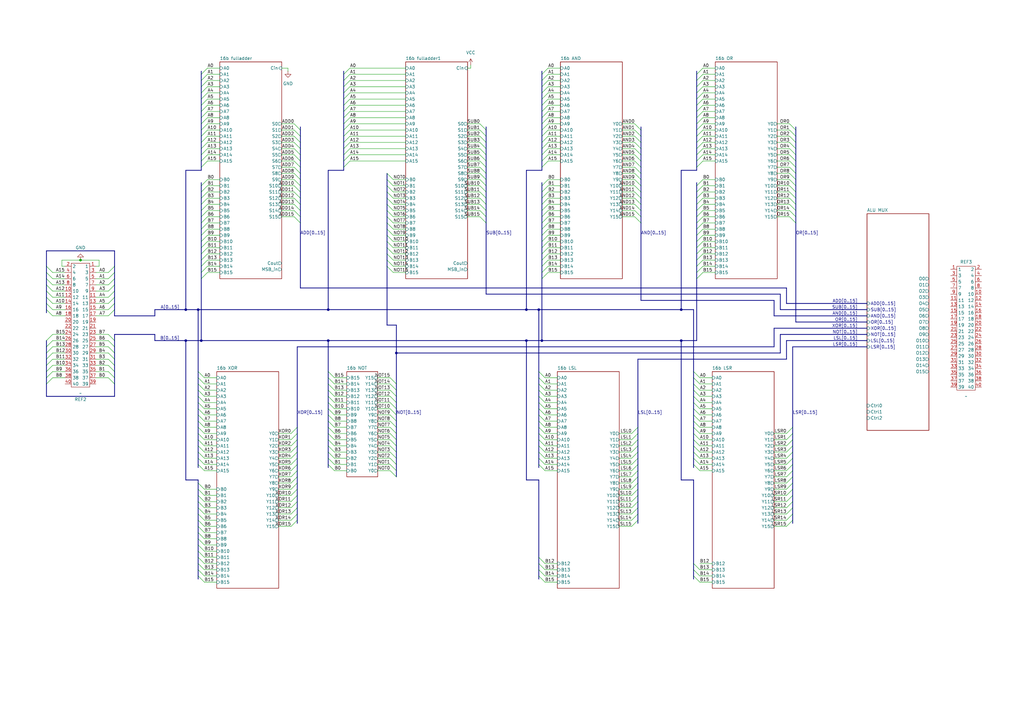
<source format=kicad_sch>
(kicad_sch (version 20250114) (generator "eeschema") (generator_version "9.0")
  (paper "A3")
  (title_block (title "Arithmetic Logic Unit") (company "AGH Logic Unit") (comment 1 "mALUch project"))
  (junction (at 220.98 127))
  (junction (at 81.28 127))
  (junction (at 134.62 139.7))
  (junction (at 215.9 127))
  (junction (at 215.9 139.7))
  (junction (at 222.25 139.7))
  (junction (at 162.56 144.78))
  (junction (at 33.02 106.68))
  (junction (at 76.2 127))
  (junction (at 279.4 139.7))
  (junction (at 279.4 127))
  (junction (at 76.2 139.7))
  (junction (at 82.55 139.7))
  (junction (at 134.62 127))
  (bus_entry (at 196.85 58.42) (size 2.54 2.54))
  (bus_entry (at 120.65 63.5) (size 2.54 2.54))
  (bus_entry (at 143.51 60.96) (size -2.54 2.54))
  (bus_entry (at 196.85 71.12) (size 2.54 2.54))
  (bus_entry (at 85.09 99.06) (size -2.54 2.54))
  (bus_entry (at 196.85 63.5) (size 2.54 2.54))
  (bus_entry (at 323.85 68.58) (size 2.54 2.54))
  (bus_entry (at 120.65 88.9) (size 2.54 2.54))
  (bus_entry (at 143.51 35.56) (size -2.54 2.54))
  (bus_entry (at 323.85 50.8) (size 2.54 2.54))
  (bus_entry (at 223.52 177.8) (size -2.54 -2.54))
  (bus_entry (at 224.79 106.68) (size -2.54 2.54))
  (bus_entry (at 85.09 66.04) (size -2.54 2.54))
  (bus_entry (at 323.85 78.74) (size 2.54 2.54))
  (bus_entry (at 223.52 190.5) (size -2.54 -2.54))
  (bus_entry (at 287.02 170.18) (size -2.54 -2.54))
  (bus_entry (at 161.29 86.36) (size -2.54 -2.54))
  (bus_entry (at 223.52 231.14) (size -2.54 -2.54))
  (bus_entry (at 288.29 104.14) (size -2.54 2.54))
  (bus_entry (at 287.02 233.68) (size -2.54 -2.54))
  (bus_entry (at 322.58 205.74) (size 2.54 -2.54))
  (bus_entry (at 161.29 99.06) (size -2.54 -2.54))
  (bus_entry (at 323.85 71.12) (size 2.54 2.54))
  (bus_entry (at 288.29 73.66) (size -2.54 2.54))
  (bus_entry (at 223.52 157.48) (size -2.54 -2.54))
  (bus_entry (at 196.85 83.82) (size 2.54 2.54))
  (bus_entry (at 259.08 193.04) (size 2.54 -2.54))
  (bus_entry (at 21.59 129.54) (size -2.54 -2.54))
  (bus_entry (at 83.82 185.42) (size -2.54 -2.54))
  (bus_entry (at 288.29 58.42) (size -2.54 2.54))
  (bus_entry (at 160.02 175.26) (size 2.54 2.54))
  (bus_entry (at 160.02 172.72) (size 2.54 2.54))
  (bus_entry (at 224.79 45.72) (size -2.54 2.54))
  (bus_entry (at 161.29 73.66) (size -2.54 -2.54))
  (bus_entry (at 44.45 111.76) (size 2.54 -2.54))
  (bus_entry (at 85.09 40.64) (size -2.54 2.54))
  (bus_entry (at 224.79 53.34) (size -2.54 2.54))
  (bus_entry (at 323.85 60.96) (size 2.54 2.54))
  (bus_entry (at 287.02 180.34) (size -2.54 -2.54))
  (bus_entry (at 21.59 142.24) (size -2.54 2.54))
  (bus_entry (at 287.02 165.1) (size -2.54 -2.54))
  (bus_entry (at 44.45 144.78) (size 2.54 2.54))
  (bus_entry (at 223.52 238.76) (size -2.54 -2.54))
  (bus_entry (at 85.09 48.26) (size -2.54 2.54))
  (bus_entry (at 160.02 180.34) (size 2.54 2.54))
  (bus_entry (at 120.65 73.66) (size 2.54 2.54))
  (bus_entry (at 85.09 43.18) (size -2.54 2.54))
  (bus_entry (at 288.29 88.9) (size -2.54 2.54))
  (bus_entry (at 161.29 101.6) (size -2.54 -2.54))
  (bus_entry (at 322.58 190.5) (size 2.54 -2.54))
  (bus_entry (at 21.59 127) (size -2.54 -2.54))
  (bus_entry (at 120.65 53.34) (size 2.54 2.54))
  (bus_entry (at 259.08 180.34) (size 2.54 -2.54))
  (bus_entry (at 120.65 68.58) (size 2.54 2.54))
  (bus_entry (at 223.52 162.56) (size -2.54 -2.54))
  (bus_entry (at 260.35 63.5) (size 2.54 2.54))
  (bus_entry (at 119.38 205.74) (size 2.54 -2.54))
  (bus_entry (at 143.51 38.1) (size -2.54 2.54))
  (bus_entry (at 224.79 60.96) (size -2.54 2.54))
  (bus_entry (at 288.29 53.34) (size -2.54 2.54))
  (bus_entry (at 196.85 86.36) (size 2.54 2.54))
  (bus_entry (at 224.79 93.98) (size -2.54 2.54))
  (bus_entry (at 143.51 53.34) (size -2.54 2.54))
  (bus_entry (at 21.59 149.86) (size -2.54 2.54))
  (bus_entry (at 223.52 154.94) (size -2.54 -2.54))
  (bus_entry (at 83.82 226.06) (size -2.54 -2.54))
  (bus_entry (at 288.29 43.18) (size -2.54 2.54))
  (bus_entry (at 137.16 175.26) (size -2.54 -2.54))
  (bus_entry (at 83.82 165.1) (size -2.54 -2.54))
  (bus_entry (at 161.29 78.74) (size -2.54 -2.54))
  (bus_entry (at 224.79 86.36) (size -2.54 2.54))
  (bus_entry (at 224.79 76.2) (size -2.54 2.54))
  (bus_entry (at 323.85 53.34) (size 2.54 2.54))
  (bus_entry (at 322.58 187.96) (size 2.54 -2.54))
  (bus_entry (at 288.29 76.2) (size -2.54 2.54))
  (bus_entry (at 259.08 213.36) (size 2.54 -2.54))
  (bus_entry (at 224.79 88.9) (size -2.54 2.54))
  (bus_entry (at 137.16 172.72) (size -2.54 -2.54))
  (bus_entry (at 322.58 198.12) (size 2.54 -2.54))
  (bus_entry (at 21.59 119.38) (size -2.54 -2.54))
  (bus_entry (at 21.59 111.76) (size -2.54 -2.54))
  (bus_entry (at 83.82 154.94) (size -2.54 -2.54))
  (bus_entry (at 83.82 205.74) (size -2.54 -2.54))
  (bus_entry (at 323.85 86.36) (size 2.54 2.54))
  (bus_entry (at 143.51 66.04) (size -2.54 2.54))
  (bus_entry (at 288.29 30.48) (size -2.54 2.54))
  (bus_entry (at 85.09 45.72) (size -2.54 2.54))
  (bus_entry (at 83.82 190.5) (size -2.54 -2.54))
  (bus_entry (at 21.59 116.84) (size -2.54 -2.54))
  (bus_entry (at 44.45 154.94) (size 2.54 2.54))
  (bus_entry (at 143.51 48.26) (size -2.54 2.54))
  (bus_entry (at 287.02 238.76) (size -2.54 -2.54))
  (bus_entry (at 161.29 109.22) (size -2.54 -2.54))
  (bus_entry (at 224.79 81.28) (size -2.54 2.54))
  (bus_entry (at 260.35 81.28) (size 2.54 2.54))
  (bus_entry (at 260.35 88.9) (size 2.54 2.54))
  (bus_entry (at 322.58 215.9) (size 2.54 -2.54))
  (bus_entry (at 83.82 182.88) (size -2.54 -2.54))
  (bus_entry (at 137.16 190.5) (size -2.54 -2.54))
  (bus_entry (at 287.02 193.04) (size -2.54 -2.54))
  (bus_entry (at 120.65 66.04) (size 2.54 2.54))
  (bus_entry (at 259.08 208.28) (size 2.54 -2.54))
  (bus_entry (at 196.85 68.58) (size 2.54 2.54))
  (bus_entry (at 160.02 177.8) (size 2.54 2.54))
  (bus_entry (at 160.02 157.48) (size 2.54 2.54))
  (bus_entry (at 287.02 175.26) (size -2.54 -2.54))
  (bus_entry (at 288.29 33.02) (size -2.54 2.54))
  (bus_entry (at 288.29 55.88) (size -2.54 2.54))
  (bus_entry (at 137.16 182.88) (size -2.54 -2.54))
  (bus_entry (at 83.82 172.72) (size -2.54 -2.54))
  (bus_entry (at 83.82 236.22) (size -2.54 -2.54))
  (bus_entry (at 288.29 50.8) (size -2.54 2.54))
  (bus_entry (at 260.35 60.96) (size 2.54 2.54))
  (bus_entry (at 196.85 78.74) (size 2.54 2.54))
  (bus_entry (at 44.45 124.46) (size 2.54 -2.54))
  (bus_entry (at 287.02 190.5) (size -2.54 -2.54))
  (bus_entry (at 260.35 83.82) (size 2.54 2.54))
  (bus_entry (at 143.51 50.8) (size -2.54 2.54))
  (bus_entry (at 223.52 233.68) (size -2.54 -2.54))
  (bus_entry (at 83.82 187.96) (size -2.54 -2.54))
  (bus_entry (at 160.02 170.18) (size 2.54 2.54))
  (bus_entry (at 83.82 157.48) (size -2.54 -2.54))
  (bus_entry (at 85.09 109.22) (size -2.54 2.54))
  (bus_entry (at 119.38 193.04) (size 2.54 -2.54))
  (bus_entry (at 224.79 33.02) (size -2.54 2.54))
  (bus_entry (at 259.08 205.74) (size 2.54 -2.54))
  (bus_entry (at 137.16 180.34) (size -2.54 -2.54))
  (bus_entry (at 85.09 55.88) (size -2.54 2.54))
  (bus_entry (at 288.29 111.76) (size -2.54 2.54))
  (bus_entry (at 224.79 99.06) (size -2.54 2.54))
  (bus_entry (at 260.35 76.2) (size 2.54 2.54))
  (bus_entry (at 83.82 231.14) (size -2.54 -2.54))
  (bus_entry (at 323.85 76.2) (size 2.54 2.54))
  (bus_entry (at 160.02 182.88) (size 2.54 2.54))
  (bus_entry (at 21.59 144.78) (size -2.54 2.54))
  (bus_entry (at 161.29 104.14) (size -2.54 -2.54))
  (bus_entry (at 288.29 27.94) (size -2.54 2.54))
  (bus_entry (at 323.85 66.04) (size 2.54 2.54))
  (bus_entry (at 44.45 152.4) (size 2.54 2.54))
  (bus_entry (at 119.38 215.9) (size 2.54 -2.54))
  (bus_entry (at 44.45 127) (size 2.54 -2.54))
  (bus_entry (at 224.79 27.94) (size -2.54 2.54))
  (bus_entry (at 288.29 48.26) (size -2.54 2.54))
  (bus_entry (at 260.35 73.66) (size 2.54 2.54))
  (bus_entry (at 260.35 58.42) (size 2.54 2.54))
  (bus_entry (at 120.65 50.8) (size 2.54 2.54))
  (bus_entry (at 288.29 40.64) (size -2.54 2.54))
  (bus_entry (at 85.09 76.2) (size -2.54 2.54))
  (bus_entry (at 224.79 48.26) (size -2.54 2.54))
  (bus_entry (at 160.02 154.94) (size 2.54 2.54))
  (bus_entry (at 44.45 114.3) (size 2.54 -2.54))
  (bus_entry (at 143.51 33.02) (size -2.54 2.54))
  (bus_entry (at 119.38 208.28) (size 2.54 -2.54))
  (bus_entry (at 260.35 78.74) (size 2.54 2.54))
  (bus_entry (at 287.02 182.88) (size -2.54 -2.54))
  (bus_entry (at 287.02 177.8) (size -2.54 -2.54))
  (bus_entry (at 322.58 200.66) (size 2.54 -2.54))
  (bus_entry (at 21.59 124.46) (size -2.54 -2.54))
  (bus_entry (at 288.29 35.56) (size -2.54 2.54))
  (bus_entry (at 83.82 210.82) (size -2.54 -2.54))
  (bus_entry (at 160.02 193.04) (size 2.54 2.54))
  (bus_entry (at 85.09 81.28) (size -2.54 2.54))
  (bus_entry (at 143.51 45.72) (size -2.54 2.54))
  (bus_entry (at 137.16 193.04) (size -2.54 -2.54))
  (bus_entry (at 21.59 114.3) (size -2.54 -2.54))
  (bus_entry (at 224.79 104.14) (size -2.54 2.54))
  (bus_entry (at 120.65 58.42) (size 2.54 2.54))
  (bus_entry (at 322.58 213.36) (size 2.54 -2.54))
  (bus_entry (at 83.82 193.04) (size -2.54 -2.54))
  (bus_entry (at 259.08 185.42) (size 2.54 -2.54))
  (bus_entry (at 322.58 210.82) (size 2.54 -2.54))
  (bus_entry (at 196.85 76.2) (size 2.54 2.54))
  (bus_entry (at 85.09 63.5) (size -2.54 2.54))
  (bus_entry (at 160.02 160.02) (size 2.54 2.54))
  (bus_entry (at 287.02 185.42) (size -2.54 -2.54))
  (bus_entry (at 143.51 27.94) (size -2.54 2.54))
  (bus_entry (at 260.35 55.88) (size 2.54 2.54))
  (bus_entry (at 196.85 60.96) (size 2.54 2.54))
  (bus_entry (at 120.65 71.12) (size 2.54 2.54))
  (bus_entry (at 287.02 162.56) (size -2.54 -2.54))
  (bus_entry (at 83.82 167.64) (size -2.54 -2.54))
  (bus_entry (at 223.52 160.02) (size -2.54 -2.54))
  (bus_entry (at 160.02 167.64) (size 2.54 2.54))
  (bus_entry (at 137.16 154.94) (size -2.54 -2.54))
  (bus_entry (at 287.02 172.72) (size -2.54 -2.54))
  (bus_entry (at 288.29 93.98) (size -2.54 2.54))
  (bus_entry (at 137.16 177.8) (size -2.54 -2.54))
  (bus_entry (at 196.85 53.34) (size 2.54 2.54))
  (bus_entry (at 143.51 30.48) (size -2.54 2.54))
  (bus_entry (at 224.79 111.76) (size -2.54 2.54))
  (bus_entry (at 223.52 180.34) (size -2.54 -2.54))
  (bus_entry (at 83.82 213.36) (size -2.54 -2.54))
  (bus_entry (at 322.58 193.04) (size 2.54 -2.54))
  (bus_entry (at 288.29 99.06) (size -2.54 2.54))
  (bus_entry (at 143.51 55.88) (size -2.54 2.54))
  (bus_entry (at 83.82 170.18) (size -2.54 -2.54))
  (bus_entry (at 224.79 50.8) (size -2.54 2.54))
  (bus_entry (at 223.52 187.96) (size -2.54 -2.54))
  (bus_entry (at 83.82 180.34) (size -2.54 -2.54))
  (bus_entry (at 137.16 167.64) (size -2.54 -2.54))
  (bus_entry (at 288.29 45.72) (size -2.54 2.54))
  (bus_entry (at 259.08 187.96) (size 2.54 -2.54))
  (bus_entry (at 323.85 88.9) (size 2.54 2.54))
  (bus_entry (at 196.85 88.9) (size 2.54 2.54))
  (bus_entry (at 120.65 81.28) (size 2.54 2.54))
  (bus_entry (at 322.58 195.58) (size 2.54 -2.54))
  (bus_entry (at 83.82 160.02) (size -2.54 -2.54))
  (bus_entry (at 119.38 203.2) (size 2.54 -2.54))
  (bus_entry (at 119.38 187.96) (size 2.54 -2.54))
  (bus_entry (at 224.79 66.04) (size -2.54 2.54))
  (bus_entry (at 161.29 81.28) (size -2.54 -2.54))
  (bus_entry (at 322.58 208.28) (size 2.54 -2.54))
  (bus_entry (at 224.79 83.82) (size -2.54 2.54))
  (bus_entry (at 323.85 55.88) (size 2.54 2.54))
  (bus_entry (at 223.52 167.64) (size -2.54 -2.54))
  (bus_entry (at 223.52 236.22) (size -2.54 -2.54))
  (bus_entry (at 44.45 139.7) (size 2.54 2.54))
  (bus_entry (at 224.79 43.18) (size -2.54 2.54))
  (bus_entry (at 83.82 223.52) (size -2.54 -2.54))
  (bus_entry (at 44.45 149.86) (size 2.54 2.54))
  (bus_entry (at 85.09 91.44) (size -2.54 2.54))
  (bus_entry (at 85.09 35.56) (size -2.54 2.54))
  (bus_entry (at 161.29 96.52) (size -2.54 -2.54))
  (bus_entry (at 120.65 55.88) (size 2.54 2.54))
  (bus_entry (at 137.16 162.56) (size -2.54 -2.54))
  (bus_entry (at 85.09 106.68) (size -2.54 2.54))
  (bus_entry (at 287.02 154.94) (size -2.54 -2.54))
  (bus_entry (at 83.82 200.66) (size -2.54 -2.54))
  (bus_entry (at 224.79 78.74) (size -2.54 2.54))
  (bus_entry (at 85.09 96.52) (size -2.54 2.54))
  (bus_entry (at 83.82 233.68) (size -2.54 -2.54))
  (bus_entry (at 260.35 50.8) (size 2.54 2.54))
  (bus_entry (at 83.82 215.9) (size -2.54 -2.54))
  (bus_entry (at 85.09 93.98) (size -2.54 2.54))
  (bus_entry (at 119.38 200.66) (size 2.54 -2.54))
  (bus_entry (at 259.08 198.12) (size 2.54 -2.54))
  (bus_entry (at 260.35 66.04) (size 2.54 2.54))
  (bus_entry (at 44.45 147.32) (size 2.54 2.54))
  (bus_entry (at 119.38 180.34) (size 2.54 -2.54))
  (bus_entry (at 83.82 208.28) (size -2.54 -2.54))
  (bus_entry (at 85.09 60.96) (size -2.54 2.54))
  (bus_entry (at 83.82 175.26) (size -2.54 -2.54))
  (bus_entry (at 224.79 109.22) (size -2.54 2.54))
  (bus_entry (at 85.09 104.14) (size -2.54 2.54))
  (bus_entry (at 85.09 58.42) (size -2.54 2.54))
  (bus_entry (at 161.29 93.98) (size -2.54 -2.54))
  (bus_entry (at 288.29 96.52) (size -2.54 2.54))
  (bus_entry (at 21.59 147.32) (size -2.54 2.54))
  (bus_entry (at 288.29 86.36) (size -2.54 2.54))
  (bus_entry (at 161.29 83.82) (size -2.54 -2.54))
  (bus_entry (at 85.09 86.36) (size -2.54 2.54))
  (bus_entry (at 322.58 177.8) (size 2.54 -2.54))
  (bus_entry (at 161.29 106.68) (size -2.54 -2.54))
  (bus_entry (at 119.38 177.8) (size 2.54 -2.54))
  (bus_entry (at 260.35 53.34) (size 2.54 2.54))
  (bus_entry (at 119.38 190.5) (size 2.54 -2.54))
  (bus_entry (at 21.59 154.94) (size -2.54 2.54))
  (bus_entry (at 259.08 182.88) (size 2.54 -2.54))
  (bus_entry (at 137.16 170.18) (size -2.54 -2.54))
  (bus_entry (at 322.58 185.42) (size 2.54 -2.54))
  (bus_entry (at 288.29 83.82) (size -2.54 2.54))
  (bus_entry (at 85.09 50.8) (size -2.54 2.54))
  (bus_entry (at 224.79 38.1) (size -2.54 2.54))
  (bus_entry (at 224.79 30.48) (size -2.54 2.54))
  (bus_entry (at 85.09 78.74) (size -2.54 2.54))
  (bus_entry (at 161.29 91.44) (size -2.54 -2.54))
  (bus_entry (at 160.02 190.5) (size 2.54 2.54))
  (bus_entry (at 120.65 86.36) (size 2.54 2.54))
  (bus_entry (at 288.29 106.68) (size -2.54 2.54))
  (bus_entry (at 137.16 187.96) (size -2.54 -2.54))
  (bus_entry (at 196.85 50.8) (size 2.54 2.54))
  (bus_entry (at 259.08 203.2) (size 2.54 -2.54))
  (bus_entry (at 259.08 195.58) (size 2.54 -2.54))
  (bus_entry (at 259.08 215.9) (size 2.54 -2.54))
  (bus_entry (at 223.52 175.26) (size -2.54 -2.54))
  (bus_entry (at 224.79 55.88) (size -2.54 2.54))
  (bus_entry (at 160.02 162.56) (size 2.54 2.54))
  (bus_entry (at 44.45 129.54) (size 2.54 -2.54))
  (bus_entry (at 260.35 68.58) (size 2.54 2.54))
  (bus_entry (at 322.58 203.2) (size 2.54 -2.54))
  (bus_entry (at 223.52 170.18) (size -2.54 -2.54))
  (bus_entry (at 120.65 78.74) (size 2.54 2.54))
  (bus_entry (at 288.29 81.28) (size -2.54 2.54))
  (bus_entry (at 323.85 63.5) (size 2.54 2.54))
  (bus_entry (at 224.79 35.56) (size -2.54 2.54))
  (bus_entry (at 160.02 185.42) (size 2.54 2.54))
  (bus_entry (at 143.51 43.18) (size -2.54 2.54))
  (bus_entry (at 259.08 200.66) (size 2.54 -2.54))
  (bus_entry (at 21.59 121.92) (size -2.54 -2.54))
  (bus_entry (at 83.82 228.6) (size -2.54 -2.54))
  (bus_entry (at 288.29 63.5) (size -2.54 2.54))
  (bus_entry (at 119.38 198.12) (size 2.54 -2.54))
  (bus_entry (at 85.09 88.9) (size -2.54 2.54))
  (bus_entry (at 137.16 165.1) (size -2.54 -2.54))
  (bus_entry (at 196.85 73.66) (size 2.54 2.54))
  (bus_entry (at 119.38 213.36) (size 2.54 -2.54))
  (bus_entry (at 287.02 160.02) (size -2.54 -2.54))
  (bus_entry (at 223.52 165.1) (size -2.54 -2.54))
  (bus_entry (at 83.82 177.8) (size -2.54 -2.54))
  (bus_entry (at 287.02 236.22) (size -2.54 -2.54))
  (bus_entry (at 259.08 210.82) (size 2.54 -2.54))
  (bus_entry (at 288.29 66.04) (size -2.54 2.54))
  (bus_entry (at 287.02 167.64) (size -2.54 -2.54))
  (bus_entry (at 44.45 121.92) (size 2.54 -2.54))
  (bus_entry (at 119.38 182.88) (size 2.54 -2.54))
  (bus_entry (at 323.85 81.28) (size 2.54 2.54))
  (bus_entry (at 288.29 38.1) (size -2.54 2.54))
  (bus_entry (at 21.59 137.16) (size -2.54 2.54))
  (bus_entry (at 85.09 73.66) (size -2.54 2.54))
  (bus_entry (at 224.79 96.52) (size -2.54 2.54))
  (bus_entry (at 83.82 220.98) (size -2.54 -2.54))
  (bus_entry (at 223.52 185.42) (size -2.54 -2.54))
  (bus_entry (at 143.51 58.42) (size -2.54 2.54))
  (bus_entry (at 224.79 40.64) (size -2.54 2.54))
  (bus_entry (at 83.82 218.44) (size -2.54 -2.54))
  (bus_entry (at 120.65 60.96) (size 2.54 2.54))
  (bus_entry (at 322.58 180.34) (size 2.54 -2.54))
  (bus_entry (at 196.85 55.88) (size 2.54 2.54))
  (bus_entry (at 83.82 238.76) (size -2.54 -2.54))
  (bus_entry (at 260.35 86.36) (size 2.54 2.54))
  (bus_entry (at 160.02 187.96) (size 2.54 2.54))
  (bus_entry (at 85.09 27.94) (size -2.54 2.54))
  (bus_entry (at 44.45 137.16) (size 2.54 2.54))
  (bus_entry (at 137.16 160.02) (size -2.54 -2.54))
  (bus_entry (at 85.09 83.82) (size -2.54 2.54))
  (bus_entry (at 85.09 101.6) (size -2.54 2.54))
  (bus_entry (at 287.02 157.48) (size -2.54 -2.54))
  (bus_entry (at 161.29 88.9) (size -2.54 -2.54))
  (bus_entry (at 83.82 203.2) (size -2.54 -2.54))
  (bus_entry (at 223.52 172.72) (size -2.54 -2.54))
  (bus_entry (at 85.09 33.02) (size -2.54 2.54))
  (bus_entry (at 119.38 185.42) (size 2.54 -2.54))
  (bus_entry (at 85.09 53.34) (size -2.54 2.54))
  (bus_entry (at 287.02 187.96) (size -2.54 -2.54))
  (bus_entry (at 224.79 73.66) (size -2.54 2.54))
  (bus_entry (at 44.45 119.38) (size 2.54 -2.54))
  (bus_entry (at 288.29 101.6) (size -2.54 2.54))
  (bus_entry (at 44.45 116.84) (size 2.54 -2.54))
  (bus_entry (at 259.08 190.5) (size 2.54 -2.54))
  (bus_entry (at 143.51 63.5) (size -2.54 2.54))
  (bus_entry (at 119.38 195.58) (size 2.54 -2.54))
  (bus_entry (at 322.58 182.88) (size 2.54 -2.54))
  (bus_entry (at 137.16 157.48) (size -2.54 -2.54))
  (bus_entry (at 323.85 73.66) (size 2.54 2.54))
  (bus_entry (at 21.59 152.4) (size -2.54 2.54))
  (bus_entry (at 288.29 91.44) (size -2.54 2.54))
  (bus_entry (at 85.09 30.48) (size -2.54 2.54))
  (bus_entry (at 143.51 40.64) (size -2.54 2.54))
  (bus_entry (at 83.82 162.56) (size -2.54 -2.54))
  (bus_entry (at 259.08 177.8) (size 2.54 -2.54))
  (bus_entry (at 120.65 76.2) (size 2.54 2.54))
  (bus_entry (at 137.16 185.42) (size -2.54 -2.54))
  (bus_entry (at 196.85 81.28) (size 2.54 2.54))
  (bus_entry (at 223.52 182.88) (size -2.54 -2.54))
  (bus_entry (at 160.02 165.1) (size 2.54 2.54))
  (bus_entry (at 323.85 58.42) (size 2.54 2.54))
  (bus_entry (at 161.29 76.2) (size -2.54 -2.54))
  (bus_entry (at 223.52 193.04) (size -2.54 -2.54))
  (bus_entry (at 44.45 142.24) (size 2.54 2.54))
  (bus_entry (at 224.79 91.44) (size -2.54 2.54))
  (bus_entry (at 224.79 58.42) (size -2.54 2.54))
  (bus_entry (at 288.29 78.74) (size -2.54 2.54))
  (bus_entry (at 288.29 109.22) (size -2.54 2.54))
  (bus_entry (at 196.85 66.04) (size 2.54 2.54))
  (bus_entry (at 224.79 63.5) (size -2.54 2.54))
  (bus_entry (at 224.79 101.6) (size -2.54 2.54))
  (bus_entry (at 21.59 139.7) (size -2.54 2.54))
  (bus_entry (at 161.29 111.76) (size -2.54 -2.54))
  (bus_entry (at 85.09 111.76) (size -2.54 2.54))
  (bus_entry (at 120.65 83.82) (size 2.54 2.54))
  (bus_entry (at 323.85 83.82) (size 2.54 2.54))
  (bus_entry (at 85.09 38.1) (size -2.54 2.54))
  (bus_entry (at 288.29 60.96) (size -2.54 2.54))
  (bus_entry (at 119.38 210.82) (size 2.54 -2.54))
  (bus_entry (at 260.35 71.12) (size 2.54 2.54))
  (wire (pts (xy 293.37 86.36) (xy 288.29 86.36)))
  (bus (pts (xy 82.55 69.85) (xy 76.2 69.85)))
  (wire (pts (xy 154.94 167.64) (xy 160.02 167.64)))
  (bus (pts (xy 285.75 93.98) (xy 285.75 96.52)))
  (wire (pts (xy 293.37 88.9) (xy 288.29 88.9)))
  (bus (pts (xy 162.56 175.26) (xy 162.56 177.8)))
  (bus (pts (xy 199.39 76.2) (xy 199.39 78.74)))
  (bus (pts (xy 222.25 45.72) (xy 222.25 48.26)))
  (wire (pts (xy 88.9 220.98) (xy 83.82 220.98)))
  (wire (pts (xy 142.24 185.42) (xy 137.16 185.42)))
  (bus (pts (xy 284.48 196.85) (xy 279.4 196.85)))
  (wire (pts (xy 143.51 55.88) (xy 166.37 55.88)))
  (bus (pts (xy 317.5 142.24) (xy 317.5 134.62)))
  (bus (pts (xy 326.39 91.44) (xy 326.39 132.08)))
  (wire (pts (xy 229.87 86.36) (xy 224.79 86.36)))
  (bus (pts (xy 134.62 154.94) (xy 134.62 152.4)))
  (bus (pts (xy 285.75 38.1) (xy 285.75 40.64)))
  (wire (pts (xy 317.5 213.36) (xy 322.58 213.36)))
  (wire (pts (xy 292.1 238.76) (xy 287.02 238.76)))
  (bus (pts (xy 220.98 180.34) (xy 220.98 177.8)))
  (wire (pts (xy 143.51 38.1) (xy 166.37 38.1)))
  (bus (pts (xy 81.28 196.85) (xy 76.2 196.85)))
  (bus (pts (xy 220.98 196.85) (xy 215.9 196.85)))
  (wire (pts (xy 317.5 177.8) (xy 322.58 177.8)))
  (bus (pts (xy 134.62 162.56) (xy 134.62 160.02)))
  (bus (pts (xy 121.92 205.74) (xy 121.92 203.2)))
  (wire (pts (xy 154.94 193.04) (xy 160.02 193.04)))
  (wire (pts (xy 254 177.8) (xy 259.08 177.8)))
  (bus (pts (xy 121.92 198.12) (xy 121.92 195.58)))
  (wire (pts (xy 292.1 182.88) (xy 287.02 182.88)))
  (wire (pts (xy 317.5 215.9) (xy 322.58 215.9)))
  (wire (pts (xy 293.37 63.5) (xy 288.29 63.5)))
  (wire (pts (xy 143.51 58.42) (xy 166.37 58.42)))
  (bus (pts (xy 222.25 29.21) (xy 222.25 30.48)))
  (bus (pts (xy 279.4 127) (xy 284.48 127)))
  (bus (pts (xy 320.04 127) (xy 320.04 120.65)))
  (wire (pts (xy 39.37 129.54) (xy 44.45 129.54)))
  (wire (pts (xy 143.51 63.5) (xy 166.37 63.5)))
  (wire (pts (xy 292.1 236.22) (xy 287.02 236.22)))
  (wire (pts (xy 88.9 210.82) (xy 83.82 210.82)))
  (bus (pts (xy 81.28 160.02) (xy 81.28 157.48)))
  (bus (pts (xy 222.25 35.56) (xy 222.25 38.1)))
  (wire (pts (xy 191.77 88.9) (xy 196.85 88.9)))
  (bus (pts (xy 134.62 180.34) (xy 134.62 177.8)))
  (bus (pts (xy 262.89 83.82) (xy 262.89 86.36)))
  (wire (pts (xy 154.94 185.42) (xy 160.02 185.42)))
  (bus (pts (xy 261.62 185.42) (xy 261.62 182.88)))
  (wire (pts (xy 292.1 172.72) (xy 287.02 172.72)))
  (bus (pts (xy 220.98 157.48) (xy 220.98 154.94)))
  (wire (pts (xy 115.57 58.42) (xy 120.65 58.42)))
  (bus (pts (xy 121.92 190.5) (xy 121.92 187.96)))
  (wire (pts (xy 39.37 137.16) (xy 44.45 137.16)))
  (bus (pts (xy 222.25 83.82) (xy 222.25 86.36)))
  (wire (pts (xy 254 187.96) (xy 259.08 187.96)))
  (bus (pts (xy 326.39 55.88) (xy 326.39 58.42)))
  (bus (pts (xy 162.56 162.56) (xy 162.56 165.1)))
  (bus (pts (xy 325.12 195.58) (xy 325.12 193.04)))
  (bus (pts (xy 82.55 139.7) (xy 134.62 139.7)))
  (bus (pts (xy 82.55 99.06) (xy 82.55 101.6)))
  (wire (pts (xy 193.04 27.94) (xy 191.77 27.94)))
  (bus (pts (xy 222.25 33.02) (xy 222.25 35.56)))
  (wire (pts (xy 88.9 162.56) (xy 83.82 162.56)))
  (wire (pts (xy 88.9 233.68) (xy 83.82 233.68)))
  (bus (pts (xy 325.12 203.2) (xy 325.12 200.66)))
  (bus (pts (xy 320.04 137.16) (xy 320.04 144.78)))
  (bus (pts (xy 262.89 63.5) (xy 262.89 66.04)))
  (wire (pts (xy 191.77 68.58) (xy 196.85 68.58)))
  (wire (pts (xy 191.77 86.36) (xy 196.85 86.36)))
  (wire (pts (xy 88.9 208.28) (xy 83.82 208.28)))
  (bus (pts (xy 220.98 182.88) (xy 220.98 180.34)))
  (bus (pts (xy 81.28 172.72) (xy 81.28 170.18)))
  (wire (pts (xy 115.57 68.58) (xy 120.65 68.58)))
  (bus (pts (xy 82.55 43.18) (xy 82.55 45.72)))
  (wire (pts (xy 142.24 193.04) (xy 137.16 193.04)))
  (bus (pts (xy 81.28 231.14) (xy 81.28 228.6)))
  (wire (pts (xy 114.3 210.82) (xy 119.38 210.82)))
  (bus (pts (xy 222.25 99.06) (xy 222.25 101.6)))
  (wire (pts (xy 90.17 91.44) (xy 85.09 91.44)))
  (wire (pts (xy 229.87 106.68) (xy 224.79 106.68)))
  (bus (pts (xy 325.12 142.24) (xy 325.12 175.26)))
  (wire (pts (xy 115.57 50.8) (xy 120.65 50.8)))
  (bus (pts (xy 220.98 177.8) (xy 220.98 175.26)))
  (bus (pts (xy 199.39 73.66) (xy 199.39 76.2)))
  (bus (pts (xy 82.55 96.52) (xy 82.55 99.06)))
  (bus (pts (xy 222.25 139.7) (xy 279.4 139.7)))
  (bus (pts (xy 19.05 152.4) (xy 19.05 154.94)))
  (bus (pts (xy 82.55 93.98) (xy 82.55 96.52)))
  (bus (pts (xy 220.98 127) (xy 279.4 127)))
  (wire (pts (xy 88.9 180.34) (xy 83.82 180.34)))
  (bus (pts (xy 325.12 142.24) (xy 355.6 142.24)))
  (bus (pts (xy 326.39 132.08) (xy 355.6 132.08)))
  (wire (pts (xy 154.94 160.02) (xy 160.02 160.02)))
  (wire (pts (xy 292.1 170.18) (xy 287.02 170.18)))
  (bus (pts (xy 261.62 195.58) (xy 261.62 193.04)))
  (wire (pts (xy 88.9 236.22) (xy 83.82 236.22)))
  (bus (pts (xy 199.39 83.82) (xy 199.39 86.36)))
  (bus (pts (xy 63.5 127) (xy 76.2 127)))
  (bus (pts (xy 158.75 109.22) (xy 158.75 106.68)))
  (bus (pts (xy 82.55 29.21) (xy 82.55 30.48)))
  (bus (pts (xy 261.62 180.34) (xy 261.62 177.8)))
  (bus (pts (xy 317.5 129.54) (xy 355.6 129.54)))
  (bus (pts (xy 325.12 190.5) (xy 325.12 187.96)))
  (bus (pts (xy 158.75 104.14) (xy 158.75 101.6)))
  (bus (pts (xy 19.05 109.22) (xy 19.05 102.87)))
  (wire (pts (xy 88.9 157.48) (xy 83.82 157.48)))
  (wire (pts (xy 228.6 187.96) (xy 223.52 187.96)))
  (wire (pts (xy 114.3 200.66) (xy 119.38 200.66)))
  (bus (pts (xy 19.05 124.46) (xy 19.05 121.92)))
  (bus (pts (xy 134.62 127) (xy 215.9 127)))
  (wire (pts (xy 318.77 60.96) (xy 323.85 60.96)))
  (bus (pts (xy 284.48 233.68) (xy 284.48 231.14)))
  (wire (pts (xy 115.57 86.36) (xy 120.65 86.36)))
  (wire (pts (xy 88.9 165.1) (xy 83.82 165.1)))
  (bus (pts (xy 220.98 165.1) (xy 220.98 162.56)))
  (bus (pts (xy 82.55 78.74) (xy 82.55 81.28)))
  (bus (pts (xy 162.56 160.02) (xy 162.56 162.56)))
  (wire (pts (xy 229.87 111.76) (xy 224.79 111.76)))
  (wire (pts (xy 318.77 66.04) (xy 323.85 66.04)))
  (bus (pts (xy 325.12 177.8) (xy 325.12 175.26)))
  (bus (pts (xy 220.98 237.49) (xy 220.98 236.22)))
  (wire (pts (xy 114.3 180.34) (xy 119.38 180.34)))
  (bus (pts (xy 320.04 127) (xy 355.6 127)))
  (bus (pts (xy 199.39 52.07) (xy 199.39 53.34)))
  (wire (pts (xy 90.17 109.22) (xy 85.09 109.22)))
  (bus (pts (xy 76.2 139.7) (xy 82.55 139.7)))
  (wire (pts (xy 317.5 185.42) (xy 322.58 185.42)))
  (wire (pts (xy 142.24 182.88) (xy 137.16 182.88)))
  (bus (pts (xy 162.56 157.48) (xy 162.56 160.02)))
  (bus (pts (xy 121.92 142.24) (xy 317.5 142.24)))
  (wire (pts (xy 193.04 27.94) (xy 193.04 26.67)))
  (wire (pts (xy 318.77 68.58) (xy 323.85 68.58)))
  (bus (pts (xy 284.48 172.72) (xy 284.48 170.18)))
  (wire (pts (xy 166.37 99.06) (xy 161.29 99.06)))
  (bus (pts (xy 134.62 165.1) (xy 134.62 162.56)))
  (bus (pts (xy 220.98 160.02) (xy 220.98 157.48)))
  (bus (pts (xy 121.92 213.36) (xy 121.92 210.82)))
  (bus (pts (xy 46.99 124.46) (xy 46.99 127)))
  (wire (pts (xy 255.27 78.74) (xy 260.35 78.74)))
  (bus (pts (xy 134.62 69.85) (xy 134.62 127)))
  (wire (pts (xy 318.77 86.36) (xy 323.85 86.36)))
  (bus (pts (xy 123.19 60.96) (xy 123.19 63.5)))
  (wire (pts (xy 21.59 147.32) (xy 26.67 147.32)))
  (wire (pts (xy 191.77 60.96) (xy 196.85 60.96)))
  (wire (pts (xy 143.51 43.18) (xy 166.37 43.18)))
  (bus (pts (xy 284.48 236.22) (xy 284.48 233.68)))
  (wire (pts (xy 21.59 129.54) (xy 26.67 129.54)))
  (wire (pts (xy 228.6 238.76) (xy 223.52 238.76)))
  (wire (pts (xy 292.1 180.34) (xy 287.02 180.34)))
  (wire (pts (xy 228.6 167.64) (xy 223.52 167.64)))
  (wire (pts (xy 88.9 177.8) (xy 83.82 177.8)))
  (bus (pts (xy 81.28 175.26) (xy 81.28 172.72)))
  (bus (pts (xy 222.25 86.36) (xy 222.25 88.9)))
  (bus (pts (xy 19.05 154.94) (xy 19.05 157.48)))
  (wire (pts (xy 292.1 162.56) (xy 287.02 162.56)))
  (bus (pts (xy 134.62 172.72) (xy 134.62 170.18)))
  (wire (pts (xy 191.77 73.66) (xy 196.85 73.66)))
  (bus (pts (xy 199.39 68.58) (xy 199.39 71.12)))
  (wire (pts (xy 229.87 45.72) (xy 224.79 45.72)))
  (bus (pts (xy 140.97 48.26) (xy 140.97 50.8)))
  (bus (pts (xy 140.97 60.96) (xy 140.97 63.5)))
  (wire (pts (xy 143.51 35.56) (xy 166.37 35.56)))
  (wire (pts (xy 318.77 63.5) (xy 323.85 63.5)))
  (bus (pts (xy 134.62 170.18) (xy 134.62 167.64)))
  (bus (pts (xy 81.28 220.98) (xy 81.28 218.44)))
  (bus (pts (xy 123.19 76.2) (xy 123.19 78.74)))
  (wire (pts (xy 166.37 81.28) (xy 161.29 81.28)))
  (bus (pts (xy 285.75 74.93) (xy 285.75 76.2)))
  (bus (pts (xy 82.55 45.72) (xy 82.55 48.26)))
  (bus (pts (xy 261.62 214.63) (xy 261.62 213.36)))
  (bus (pts (xy 46.99 157.48) (xy 46.99 162.56)))
  (bus (pts (xy 326.39 71.12) (xy 326.39 73.66)))
  (bus (pts (xy 162.56 133.35) (xy 162.56 144.78)))
  (bus (pts (xy 285.75 109.22) (xy 285.75 111.76)))
  (bus (pts (xy 82.55 38.1) (xy 82.55 40.64)))
  (wire (pts (xy 255.27 71.12) (xy 260.35 71.12)))
  (wire (pts (xy 115.57 78.74) (xy 120.65 78.74)))
  (wire (pts (xy 90.17 93.98) (xy 85.09 93.98)))
  (wire (pts (xy 293.37 58.42) (xy 288.29 58.42)))
  (wire (pts (xy 293.37 83.82) (xy 288.29 83.82)))
  (bus (pts (xy 220.98 187.96) (xy 220.98 185.42)))
  (wire (pts (xy 39.37 142.24) (xy 44.45 142.24)))
  (bus (pts (xy 19.05 142.24) (xy 19.05 139.7)))
  (wire (pts (xy 154.94 162.56) (xy 160.02 162.56)))
  (bus (pts (xy 121.92 177.8) (xy 121.92 175.26)))
  (bus (pts (xy 123.19 55.88) (xy 123.19 58.42)))
  (bus (pts (xy 222.25 50.8) (xy 222.25 53.34)))
  (bus (pts (xy 81.28 190.5) (xy 81.28 187.96)))
  (bus (pts (xy 81.28 198.12) (xy 81.28 196.85)))
  (bus (pts (xy 199.39 58.42) (xy 199.39 60.96)))
  (wire (pts (xy 21.59 149.86) (xy 26.67 149.86)))
  (wire (pts (xy 90.17 111.76) (xy 85.09 111.76)))
  (bus (pts (xy 76.2 69.85) (xy 76.2 127)))
  (wire (pts (xy 191.77 63.5) (xy 196.85 63.5)))
  (wire (pts (xy 293.37 38.1) (xy 288.29 38.1)))
  (bus (pts (xy 326.39 66.04) (xy 326.39 68.58)))
  (wire (pts (xy 90.17 40.64) (xy 85.09 40.64)))
  (bus (pts (xy 222.25 114.3) (xy 222.25 139.7)))
  (bus (pts (xy 19.05 162.56) (xy 19.05 157.48)))
  (bus (pts (xy 326.39 76.2) (xy 326.39 78.74)))
  (bus (pts (xy 261.62 147.32) (xy 261.62 175.26)))
  (bus (pts (xy 320.04 144.78) (xy 162.56 144.78)))
  (bus (pts (xy 326.39 52.07) (xy 326.39 53.34)))
  (bus (pts (xy 158.75 76.2) (xy 158.75 73.66)))
  (bus (pts (xy 162.56 190.5) (xy 162.56 193.04)))
  (bus (pts (xy 215.9 139.7) (xy 222.25 139.7)))
  (bus (pts (xy 285.75 66.04) (xy 285.75 68.58)))
  (bus (pts (xy 81.28 180.34) (xy 81.28 177.8)))
  (wire (pts (xy 90.17 88.9) (xy 85.09 88.9)))
  (bus (pts (xy 220.98 236.22) (xy 220.98 233.68)))
  (bus (pts (xy 158.75 81.28) (xy 158.75 78.74)))
  (bus (pts (xy 81.28 237.49) (xy 81.28 236.22)))
  (bus (pts (xy 162.56 180.34) (xy 162.56 182.88)))
  (bus (pts (xy 284.48 170.18) (xy 284.48 167.64)))
  (wire (pts (xy 293.37 91.44) (xy 288.29 91.44)))
  (bus (pts (xy 284.48 237.49) (xy 284.48 236.22)))
  (bus (pts (xy 158.75 86.36) (xy 158.75 83.82)))
  (bus (pts (xy 220.98 167.64) (xy 220.98 165.1)))
  (wire (pts (xy 143.51 53.34) (xy 166.37 53.34)))
  (bus (pts (xy 261.62 200.66) (xy 261.62 198.12)))
  (wire (pts (xy 229.87 81.28) (xy 224.79 81.28)))
  (wire (pts (xy 293.37 33.02) (xy 288.29 33.02)))
  (wire (pts (xy 88.9 218.44) (xy 83.82 218.44)))
  (bus (pts (xy 261.62 205.74) (xy 261.62 203.2)))
  (bus (pts (xy 199.39 53.34) (xy 199.39 55.88)))
  (wire (pts (xy 21.59 111.76) (xy 26.67 111.76)))
  (wire (pts (xy 154.94 190.5) (xy 160.02 190.5)))
  (wire (pts (xy 228.6 231.14) (xy 223.52 231.14)))
  (bus (pts (xy 82.55 101.6) (xy 82.55 104.14)))
  (wire (pts (xy 114.3 205.74) (xy 119.38 205.74)))
  (wire (pts (xy 317.5 195.58) (xy 322.58 195.58)))
  (bus (pts (xy 222.25 68.58) (xy 222.25 69.85)))
  (wire (pts (xy 90.17 76.2) (xy 85.09 76.2)))
  (bus (pts (xy 82.55 35.56) (xy 82.55 38.1)))
  (wire (pts (xy 292.1 231.14) (xy 287.02 231.14)))
  (bus (pts (xy 134.62 191.77) (xy 134.62 190.5)))
  (wire (pts (xy 90.17 43.18) (xy 85.09 43.18)))
  (bus (pts (xy 222.25 109.22) (xy 222.25 111.76)))
  (wire (pts (xy 88.9 182.88) (xy 83.82 182.88)))
  (wire (pts (xy 255.27 81.28) (xy 260.35 81.28)))
  (wire (pts (xy 114.3 185.42) (xy 119.38 185.42)))
  (wire (pts (xy 229.87 40.64) (xy 224.79 40.64)))
  (wire (pts (xy 318.77 58.42) (xy 323.85 58.42)))
  (wire (pts (xy 254 182.88) (xy 259.08 182.88)))
  (wire (pts (xy 118.11 29.21) (xy 118.11 27.94)))
  (bus (pts (xy 134.62 187.96) (xy 134.62 185.42)))
  (wire (pts (xy 90.17 45.72) (xy 85.09 45.72)))
  (bus (pts (xy 158.75 88.9) (xy 158.75 86.36)))
  (wire (pts (xy 229.87 83.82) (xy 224.79 83.82)))
  (bus (pts (xy 63.5 139.7) (xy 63.5 137.16)))
  (wire (pts (xy 90.17 63.5) (xy 85.09 63.5)))
  (wire (pts (xy 228.6 175.26) (xy 223.52 175.26)))
  (wire (pts (xy 21.59 127) (xy 26.67 127)))
  (wire (pts (xy 142.24 180.34) (xy 137.16 180.34)))
  (bus (pts (xy 162.56 144.78) (xy 162.56 157.48)))
  (bus (pts (xy 121.92 193.04) (xy 121.92 190.5)))
  (bus (pts (xy 46.99 137.16) (xy 46.99 139.7)))
  (wire (pts (xy 166.37 73.66) (xy 161.29 73.66)))
  (bus (pts (xy 325.12 200.66) (xy 325.12 198.12)))
  (wire (pts (xy 39.37 152.4) (xy 44.45 152.4)))
  (bus (pts (xy 81.28 162.56) (xy 81.28 160.02)))
  (wire (pts (xy 143.51 50.8) (xy 166.37 50.8)))
  (wire (pts (xy 293.37 99.06) (xy 288.29 99.06)))
  (wire (pts (xy 255.27 58.42) (xy 260.35 58.42)))
  (bus (pts (xy 222.25 106.68) (xy 222.25 109.22)))
  (bus (pts (xy 325.12 208.28) (xy 325.12 205.74)))
  (wire (pts (xy 154.94 180.34) (xy 160.02 180.34)))
  (wire (pts (xy 228.6 182.88) (xy 223.52 182.88)))
  (bus (pts (xy 82.55 33.02) (xy 82.55 35.56)))
  (wire (pts (xy 255.27 68.58) (xy 260.35 68.58)))
  (bus (pts (xy 121.92 180.34) (xy 121.92 177.8)))
  (bus (pts (xy 199.39 88.9) (xy 199.39 91.44)))
  (wire (pts (xy 166.37 111.76) (xy 161.29 111.76)))
  (bus (pts (xy 121.92 208.28) (xy 121.92 205.74)))
  (wire (pts (xy 88.9 223.52) (xy 83.82 223.52)))
  (wire (pts (xy 154.94 172.72) (xy 160.02 172.72)))
  (bus (pts (xy 199.39 63.5) (xy 199.39 66.04)))
  (wire (pts (xy 21.59 137.16) (xy 26.67 137.16)))
  (bus (pts (xy 284.48 182.88) (xy 284.48 180.34)))
  (wire (pts (xy 255.27 50.8) (xy 260.35 50.8)))
  (bus (pts (xy 220.98 190.5) (xy 220.98 187.96)))
  (wire (pts (xy 143.51 27.94) (xy 166.37 27.94)))
  (wire (pts (xy 88.9 160.02) (xy 83.82 160.02)))
  (bus (pts (xy 46.99 121.92) (xy 46.99 124.46)))
  (wire (pts (xy 293.37 30.48) (xy 288.29 30.48)))
  (wire (pts (xy 166.37 78.74) (xy 161.29 78.74)))
  (wire (pts (xy 88.9 187.96) (xy 83.82 187.96)))
  (wire (pts (xy 90.17 83.82) (xy 85.09 83.82)))
  (wire (pts (xy 228.6 157.48) (xy 223.52 157.48)))
  (wire (pts (xy 142.24 175.26) (xy 137.16 175.26)))
  (bus (pts (xy 82.55 81.28) (xy 82.55 83.82)))
  (wire (pts (xy 115.57 53.34) (xy 120.65 53.34)))
  (bus (pts (xy 81.28 127) (xy 81.28 152.4)))
  (bus (pts (xy 134.62 139.7) (xy 134.62 152.4)))
  (bus (pts (xy 81.28 218.44) (xy 81.28 215.9)))
  (wire (pts (xy 318.77 76.2) (xy 323.85 76.2)))
  (bus (pts (xy 199.39 55.88) (xy 199.39 58.42)))
  (bus (pts (xy 285.75 30.48) (xy 285.75 33.02)))
  (wire (pts (xy 228.6 165.1) (xy 223.52 165.1)))
  (bus (pts (xy 284.48 175.26) (xy 284.48 172.72)))
  (wire (pts (xy 25.4 109.22) (xy 25.4 106.68)))
  (wire (pts (xy 254 205.74) (xy 259.08 205.74)))
  (bus (pts (xy 222.25 93.98) (xy 222.25 96.52)))
  (wire (pts (xy 143.51 45.72) (xy 166.37 45.72)))
  (bus (pts (xy 199.39 66.04) (xy 199.39 68.58)))
  (wire (pts (xy 88.9 215.9) (xy 83.82 215.9)))
  (bus (pts (xy 82.55 48.26) (xy 82.55 50.8)))
  (bus (pts (xy 81.28 165.1) (xy 81.28 162.56)))
  (wire (pts (xy 21.59 152.4) (xy 26.67 152.4)))
  (wire (pts (xy 191.77 71.12) (xy 196.85 71.12)))
  (bus (pts (xy 162.56 182.88) (xy 162.56 185.42)))
  (wire (pts (xy 115.57 66.04) (xy 120.65 66.04)))
  (wire (pts (xy 292.1 154.94) (xy 287.02 154.94)))
  (bus (pts (xy 140.97 58.42) (xy 140.97 60.96)))
  (wire (pts (xy 85.09 55.88) (xy 90.17 55.88)))
  (bus (pts (xy 81.28 177.8) (xy 81.28 175.26)))
  (bus (pts (xy 261.62 208.28) (xy 261.62 205.74)))
  (bus (pts (xy 326.39 81.28) (xy 326.39 83.82)))
  (bus (pts (xy 222.25 69.85) (xy 215.9 69.85)))
  (wire (pts (xy 228.6 154.94) (xy 223.52 154.94)))
  (wire (pts (xy 229.87 109.22) (xy 224.79 109.22)))
  (bus (pts (xy 326.39 68.58) (xy 326.39 71.12)))
  (bus (pts (xy 19.05 142.24) (xy 19.05 144.78)))
  (bus (pts (xy 326.39 63.5) (xy 326.39 66.04)))
  (wire (pts (xy 255.27 60.96) (xy 260.35 60.96)))
  (bus (pts (xy 81.28 228.6) (xy 81.28 226.06)))
  (bus (pts (xy 134.62 157.48) (xy 134.62 154.94)))
  (bus (pts (xy 123.19 58.42) (xy 123.19 60.96)))
  (bus (pts (xy 46.99 142.24) (xy 46.99 139.7)))
  (wire (pts (xy 254 203.2) (xy 259.08 203.2)))
  (wire (pts (xy 154.94 177.8) (xy 160.02 177.8)))
  (wire (pts (xy 254 200.66) (xy 259.08 200.66)))
  (wire (pts (xy 114.3 182.88) (xy 119.38 182.88)))
  (bus (pts (xy 222.25 81.28) (xy 222.25 83.82)))
  (bus (pts (xy 19.05 119.38) (xy 19.05 116.84)))
  (bus (pts (xy 285.75 81.28) (xy 285.75 83.82)))
  (wire (pts (xy 21.59 114.3) (xy 26.67 114.3)))
  (bus (pts (xy 82.55 106.68) (xy 82.55 109.22)))
  (bus (pts (xy 262.89 52.07) (xy 262.89 53.34)))
  (bus (pts (xy 82.55 83.82) (xy 82.55 86.36)))
  (bus (pts (xy 82.55 91.44) (xy 82.55 93.98)))
  (wire (pts (xy 115.57 83.82) (xy 120.65 83.82)))
  (bus (pts (xy 46.99 114.3) (xy 46.99 116.84)))
  (wire (pts (xy 191.77 55.88) (xy 196.85 55.88)))
  (bus (pts (xy 81.28 182.88) (xy 81.28 180.34)))
  (bus (pts (xy 140.97 63.5) (xy 140.97 66.04)))
  (wire (pts (xy 88.9 170.18) (xy 83.82 170.18)))
  (wire (pts (xy 317.5 180.34) (xy 322.58 180.34)))
  (bus (pts (xy 285.75 45.72) (xy 285.75 48.26)))
  (wire (pts (xy 255.27 76.2) (xy 260.35 76.2)))
  (wire (pts (xy 142.24 177.8) (xy 137.16 177.8)))
  (wire (pts (xy 115.57 60.96) (xy 120.65 60.96)))
  (bus (pts (xy 325.12 210.82) (xy 325.12 208.28)))
  (bus (pts (xy 82.55 109.22) (xy 82.55 111.76)))
  (wire (pts (xy 318.77 81.28) (xy 323.85 81.28)))
  (bus (pts (xy 123.19 63.5) (xy 123.19 66.04)))
  (bus (pts (xy 19.05 121.92) (xy 19.05 119.38)))
  (wire (pts (xy 293.37 45.72) (xy 288.29 45.72)))
  (bus (pts (xy 123.19 78.74) (xy 123.19 81.28)))
  (wire (pts (xy 90.17 86.36) (xy 85.09 86.36)))
  (wire (pts (xy 254 180.34) (xy 259.08 180.34)))
  (bus (pts (xy 284.48 187.96) (xy 284.48 185.42)))
  (bus (pts (xy 262.89 58.42) (xy 262.89 60.96)))
  (bus (pts (xy 123.19 86.36) (xy 123.19 88.9)))
  (wire (pts (xy 229.87 91.44) (xy 224.79 91.44)))
  (wire (pts (xy 39.37 139.7) (xy 44.45 139.7)))
  (wire (pts (xy 142.24 190.5) (xy 137.16 190.5)))
  (wire (pts (xy 90.17 50.8) (xy 85.09 50.8)))
  (bus (pts (xy 158.75 133.35) (xy 162.56 133.35)))
  (bus (pts (xy 46.99 109.22) (xy 46.99 102.87)))
  (wire (pts (xy 229.87 43.18) (xy 224.79 43.18)))
  (wire (pts (xy 88.9 172.72) (xy 83.82 172.72)))
  (bus (pts (xy 140.97 33.02) (xy 140.97 35.56)))
  (wire (pts (xy 254 195.58) (xy 259.08 195.58)))
  (bus (pts (xy 162.56 165.1) (xy 162.56 167.64)))
  (bus (pts (xy 285.75 104.14) (xy 285.75 106.68)))
  (bus (pts (xy 285.75 101.6) (xy 285.75 104.14)))
  (wire (pts (xy 142.24 165.1) (xy 137.16 165.1)))
  (bus (pts (xy 262.89 88.9) (xy 262.89 91.44)))
  (wire (pts (xy 39.37 127) (xy 44.45 127)))
  (bus (pts (xy 158.75 106.68) (xy 158.75 104.14)))
  (wire (pts (xy 88.9 231.14) (xy 83.82 231.14)))
  (bus (pts (xy 220.98 196.85) (xy 220.98 228.6)))
  (bus (pts (xy 285.75 96.52) (xy 285.75 99.06)))
  (bus (pts (xy 19.05 147.32) (xy 19.05 149.86)))
  (bus (pts (xy 284.48 191.77) (xy 284.48 190.5)))
  (bus (pts (xy 222.25 30.48) (xy 222.25 33.02)))
  (wire (pts (xy 229.87 88.9) (xy 224.79 88.9)))
  (bus (pts (xy 82.55 63.5) (xy 82.55 66.04)))
  (bus (pts (xy 222.25 38.1) (xy 222.25 40.64)))
  (wire (pts (xy 90.17 33.02) (xy 85.09 33.02)))
  (bus (pts (xy 46.99 137.16) (xy 63.5 137.16)))
  (bus (pts (xy 222.25 96.52) (xy 222.25 99.06)))
  (bus (pts (xy 279.4 139.7) (xy 279.4 196.85)))
  (wire (pts (xy 229.87 60.96) (xy 224.79 60.96)))
  (bus (pts (xy 285.75 83.82) (xy 285.75 86.36)))
  (bus (pts (xy 284.48 160.02) (xy 284.48 157.48)))
  (wire (pts (xy 115.57 55.88) (xy 120.65 55.88)))
  (wire (pts (xy 143.51 33.02) (xy 166.37 33.02)))
  (bus (pts (xy 222.25 101.6) (xy 222.25 104.14)))
  (bus (pts (xy 82.55 68.58) (xy 82.55 69.85)))
  (bus (pts (xy 261.62 147.32) (xy 322.58 147.32)))
  (bus (pts (xy 121.92 214.63) (xy 121.92 213.36)))
  (wire (pts (xy 317.5 203.2) (xy 322.58 203.2)))
  (wire (pts (xy 293.37 35.56) (xy 288.29 35.56)))
  (wire (pts (xy 166.37 109.22) (xy 161.29 109.22)))
  (wire (pts (xy 228.6 190.5) (xy 223.52 190.5)))
  (bus (pts (xy 220.98 154.94) (xy 220.98 152.4)))
  (bus (pts (xy 261.62 187.96) (xy 261.62 185.42)))
  (wire (pts (xy 166.37 101.6) (xy 161.29 101.6)))
  (bus (pts (xy 222.25 63.5) (xy 222.25 66.04)))
  (wire (pts (xy 115.57 81.28) (xy 120.65 81.28)))
  (bus (pts (xy 82.55 76.2) (xy 82.55 78.74)))
  (wire (pts (xy 293.37 40.64) (xy 288.29 40.64)))
  (bus (pts (xy 322.58 147.32) (xy 322.58 139.7)))
  (wire (pts (xy 229.87 58.42) (xy 224.79 58.42)))
  (bus (pts (xy 326.39 53.34) (xy 326.39 55.88)))
  (wire (pts (xy 114.3 190.5) (xy 119.38 190.5)))
  (bus (pts (xy 199.39 81.28) (xy 199.39 83.82)))
  (bus (pts (xy 199.39 71.12) (xy 199.39 73.66)))
  (wire (pts (xy 90.17 104.14) (xy 85.09 104.14)))
  (wire (pts (xy 229.87 78.74) (xy 224.79 78.74)))
  (bus (pts (xy 317.5 129.54) (xy 317.5 123.19)))
  (wire (pts (xy 40.64 106.68) (xy 40.64 109.22)))
  (wire (pts (xy 229.87 53.34) (xy 224.79 53.34)))
  (bus (pts (xy 140.97 68.58) (xy 140.97 69.85)))
  (wire (pts (xy 293.37 66.04) (xy 288.29 66.04)))
  (bus (pts (xy 19.05 111.76) (xy 19.05 109.22)))
  (bus (pts (xy 262.89 71.12) (xy 262.89 73.66)))
  (bus (pts (xy 123.19 83.82) (xy 123.19 86.36)))
  (wire (pts (xy 166.37 91.44) (xy 161.29 91.44)))
  (bus (pts (xy 82.55 30.48) (xy 82.55 33.02)))
  (bus (pts (xy 82.55 74.93) (xy 82.55 76.2)))
  (bus (pts (xy 81.28 167.64) (xy 81.28 165.1)))
  (wire (pts (xy 228.6 172.72) (xy 223.52 172.72)))
  (wire (pts (xy 254 210.82) (xy 259.08 210.82)))
  (wire (pts (xy 114.3 195.58) (xy 119.38 195.58)))
  (wire (pts (xy 114.3 187.96) (xy 119.38 187.96)))
  (wire (pts (xy 88.9 167.64) (xy 83.82 167.64)))
  (bus (pts (xy 121.92 182.88) (xy 121.92 180.34)))
  (wire (pts (xy 39.37 119.38) (xy 44.45 119.38)))
  (bus (pts (xy 46.99 152.4) (xy 46.99 154.94)))
  (wire (pts (xy 21.59 124.46) (xy 26.67 124.46)))
  (bus (pts (xy 76.2 139.7) (xy 76.2 196.85)))
  (bus (pts (xy 326.39 78.74) (xy 326.39 81.28)))
  (wire (pts (xy 255.27 88.9) (xy 260.35 88.9)))
  (bus (pts (xy 317.5 123.19) (xy 262.89 123.19)))
  (bus (pts (xy 261.62 213.36) (xy 261.62 210.82)))
  (wire (pts (xy 88.9 213.36) (xy 83.82 213.36)))
  (bus (pts (xy 262.89 91.44) (xy 262.89 123.19)))
  (bus (pts (xy 134.62 182.88) (xy 134.62 180.34)))
  (bus (pts (xy 140.97 40.64) (xy 140.97 43.18)))
  (wire (pts (xy 229.87 30.48) (xy 224.79 30.48)))
  (wire (pts (xy 154.94 187.96) (xy 160.02 187.96)))
  (bus (pts (xy 222.25 43.18) (xy 222.25 45.72)))
  (wire (pts (xy 21.59 154.94) (xy 26.67 154.94)))
  (wire (pts (xy 114.3 193.04) (xy 119.38 193.04)))
  (bus (pts (xy 199.39 91.44) (xy 199.39 120.65)))
  (bus (pts (xy 222.25 91.44) (xy 222.25 93.98)))
  (bus (pts (xy 262.89 86.36) (xy 262.89 88.9)))
  (bus (pts (xy 262.89 66.04) (xy 262.89 68.58)))
  (bus (pts (xy 222.25 66.04) (xy 222.25 68.58)))
  (bus (pts (xy 134.62 185.42) (xy 134.62 182.88)))
  (wire (pts (xy 142.24 154.94) (xy 137.16 154.94)))
  (bus (pts (xy 140.97 38.1) (xy 140.97 40.64)))
  (wire (pts (xy 39.37 124.46) (xy 44.45 124.46)))
  (wire (pts (xy 254 213.36) (xy 259.08 213.36)))
  (bus (pts (xy 121.92 203.2) (xy 121.92 200.66)))
  (wire (pts (xy 317.5 210.82) (xy 322.58 210.82)))
  (bus (pts (xy 325.12 205.74) (xy 325.12 203.2)))
  (wire (pts (xy 318.77 83.82) (xy 323.85 83.82)))
  (wire (pts (xy 228.6 180.34) (xy 223.52 180.34)))
  (wire (pts (xy 39.37 144.78) (xy 44.45 144.78)))
  (wire (pts (xy 228.6 233.68) (xy 223.52 233.68)))
  (wire (pts (xy 318.77 73.66) (xy 323.85 73.66)))
  (wire (pts (xy 254 215.9) (xy 259.08 215.9)))
  (bus (pts (xy 284.48 177.8) (xy 284.48 175.26)))
  (wire (pts (xy 293.37 104.14) (xy 288.29 104.14)))
  (bus (pts (xy 285.75 99.06) (xy 285.75 101.6)))
  (bus (pts (xy 162.56 193.04) (xy 162.56 195.58)))
  (wire (pts (xy 229.87 38.1) (xy 224.79 38.1)))
  (bus (pts (xy 81.28 157.48) (xy 81.28 154.94)))
  (bus (pts (xy 81.28 185.42) (xy 81.28 182.88)))
  (bus (pts (xy 285.75 58.42) (xy 285.75 60.96)))
  (wire (pts (xy 228.6 162.56) (xy 223.52 162.56)))
  (bus (pts (xy 284.48 154.94) (xy 284.48 152.4)))
  (wire (pts (xy 90.17 99.06) (xy 85.09 99.06)))
  (bus (pts (xy 46.99 162.56) (xy 19.05 162.56)))
  (bus (pts (xy 326.39 58.42) (xy 326.39 60.96)))
  (wire (pts (xy 293.37 106.68) (xy 288.29 106.68)))
  (wire (pts (xy 318.77 53.34) (xy 323.85 53.34)))
  (wire (pts (xy 254 198.12) (xy 259.08 198.12)))
  (wire (pts (xy 114.3 213.36) (xy 119.38 213.36)))
  (wire (pts (xy 143.51 60.96) (xy 166.37 60.96)))
  (bus (pts (xy 285.75 33.02) (xy 285.75 35.56)))
  (wire (pts (xy 88.9 238.76) (xy 83.82 238.76)))
  (wire (pts (xy 166.37 86.36) (xy 161.29 86.36)))
  (bus (pts (xy 222.25 78.74) (xy 222.25 81.28)))
  (bus (pts (xy 140.97 50.8) (xy 140.97 53.34)))
  (wire (pts (xy 229.87 93.98) (xy 224.79 93.98)))
  (bus (pts (xy 326.39 83.82) (xy 326.39 86.36)))
  (bus (pts (xy 222.25 53.34) (xy 222.25 55.88)))
  (bus (pts (xy 284.48 196.85) (xy 284.48 231.14)))
  (wire (pts (xy 293.37 55.88) (xy 288.29 55.88)))
  (bus (pts (xy 262.89 53.34) (xy 262.89 55.88)))
  (wire (pts (xy 191.77 66.04) (xy 196.85 66.04)))
  (bus (pts (xy 325.12 214.63) (xy 325.12 213.36)))
  (wire (pts (xy 166.37 93.98) (xy 161.29 93.98)))
  (wire (pts (xy 229.87 35.56) (xy 224.79 35.56)))
  (wire (pts (xy 21.59 119.38) (xy 26.67 119.38)))
  (wire (pts (xy 90.17 73.66) (xy 85.09 73.66)))
  (wire (pts (xy 255.27 86.36) (xy 260.35 86.36)))
  (bus (pts (xy 81.28 205.74) (xy 81.28 203.2)))
  (bus (pts (xy 262.89 73.66) (xy 262.89 76.2)))
  (bus (pts (xy 123.19 66.04) (xy 123.19 68.58)))
  (wire (pts (xy 40.64 109.22) (xy 39.37 109.22)))
  (wire (pts (xy 39.37 154.94) (xy 44.45 154.94)))
  (bus (pts (xy 46.99 154.94) (xy 46.99 157.48)))
  (bus (pts (xy 326.39 60.96) (xy 326.39 63.5)))
  (bus (pts (xy 19.05 144.78) (xy 19.05 147.32)))
  (wire (pts (xy 88.9 193.04) (xy 83.82 193.04)))
  (bus (pts (xy 285.75 91.44) (xy 285.75 93.98)))
  (wire (pts (xy 292.1 165.1) (xy 287.02 165.1)))
  (wire (pts (xy 90.17 66.04) (xy 85.09 66.04)))
  (bus (pts (xy 134.62 167.64) (xy 134.62 165.1)))
  (wire (pts (xy 292.1 193.04) (xy 287.02 193.04)))
  (wire (pts (xy 115.57 71.12) (xy 120.65 71.12)))
  (wire (pts (xy 229.87 48.26) (xy 224.79 48.26)))
  (bus (pts (xy 19.05 128.27) (xy 19.05 127)))
  (bus (pts (xy 19.05 114.3) (xy 19.05 111.76)))
  (wire (pts (xy 293.37 43.18) (xy 288.29 43.18)))
  (bus (pts (xy 123.19 53.34) (xy 123.19 55.88)))
  (bus (pts (xy 63.5 129.54) (xy 63.5 127)))
  (bus (pts (xy 261.62 182.88) (xy 261.62 180.34)))
  (bus (pts (xy 134.62 177.8) (xy 134.62 175.26)))
  (bus (pts (xy 76.2 127) (xy 81.28 127)))
  (wire (pts (xy 143.51 66.04) (xy 166.37 66.04)))
  (bus (pts (xy 325.12 213.36) (xy 325.12 210.82)))
  (bus (pts (xy 123.19 88.9) (xy 123.19 91.44)))
  (bus (pts (xy 140.97 43.18) (xy 140.97 45.72)))
  (bus (pts (xy 262.89 55.88) (xy 262.89 58.42)))
  (wire (pts (xy 292.1 185.42) (xy 287.02 185.42)))
  (wire (pts (xy 143.51 30.48) (xy 166.37 30.48)))
  (wire (pts (xy 115.57 63.5) (xy 120.65 63.5)))
  (bus (pts (xy 162.56 167.64) (xy 162.56 170.18)))
  (bus (pts (xy 158.75 83.82) (xy 158.75 81.28)))
  (wire (pts (xy 293.37 27.94) (xy 288.29 27.94)))
  (wire (pts (xy 191.77 76.2) (xy 196.85 76.2)))
  (bus (pts (xy 82.55 58.42) (xy 82.55 60.96)))
  (bus (pts (xy 121.92 185.42) (xy 121.92 182.88)))
  (wire (pts (xy 154.94 175.26) (xy 160.02 175.26)))
  (bus (pts (xy 285.75 35.56) (xy 285.75 38.1)))
  (wire (pts (xy 293.37 53.34) (xy 288.29 53.34)))
  (wire (pts (xy 154.94 165.1) (xy 160.02 165.1)))
  (wire (pts (xy 90.17 101.6) (xy 85.09 101.6)))
  (bus (pts (xy 285.75 78.74) (xy 285.75 81.28)))
  (wire (pts (xy 39.37 149.86) (xy 44.45 149.86)))
  (wire (pts (xy 21.59 144.78) (xy 26.67 144.78)))
  (bus (pts (xy 158.75 93.98) (xy 158.75 91.44)))
  (wire (pts (xy 142.24 157.48) (xy 137.16 157.48)))
  (wire (pts (xy 191.77 83.82) (xy 196.85 83.82)))
  (wire (pts (xy 114.3 198.12) (xy 119.38 198.12)))
  (wire (pts (xy 318.77 55.88) (xy 323.85 55.88)))
  (bus (pts (xy 320.04 120.65) (xy 199.39 120.65)))
  (bus (pts (xy 326.39 73.66) (xy 326.39 76.2)))
  (bus (pts (xy 81.28 233.68) (xy 81.28 231.14)))
  (wire (pts (xy 154.94 170.18) (xy 160.02 170.18)))
  (wire (pts (xy 228.6 193.04) (xy 223.52 193.04)))
  (bus (pts (xy 82.55 104.14) (xy 82.55 106.68)))
  (wire (pts (xy 90.17 96.52) (xy 85.09 96.52)))
  (bus (pts (xy 284.48 167.64) (xy 284.48 165.1)))
  (wire (pts (xy 255.27 55.88) (xy 260.35 55.88)))
  (bus (pts (xy 284.48 190.5) (xy 284.48 187.96)))
  (bus (pts (xy 285.75 55.88) (xy 285.75 58.42)))
  (bus (pts (xy 162.56 187.96) (xy 162.56 190.5)))
  (wire (pts (xy 85.09 58.42) (xy 90.17 58.42)))
  (bus (pts (xy 261.62 193.04) (xy 261.62 190.5)))
  (bus (pts (xy 123.19 81.28) (xy 123.19 83.82)))
  (bus (pts (xy 82.55 114.3) (xy 82.55 139.7)))
  (bus (pts (xy 82.55 88.9) (xy 82.55 91.44)))
  (bus (pts (xy 140.97 29.21) (xy 140.97 30.48)))
  (wire (pts (xy 254 193.04) (xy 259.08 193.04)))
  (wire (pts (xy 90.17 35.56) (xy 85.09 35.56)))
  (wire (pts (xy 293.37 111.76) (xy 288.29 111.76)))
  (bus (pts (xy 82.55 40.64) (xy 82.55 43.18)))
  (wire (pts (xy 114.3 177.8) (xy 119.38 177.8)))
  (wire (pts (xy 292.1 167.64) (xy 287.02 167.64)))
  (wire (pts (xy 292.1 160.02) (xy 287.02 160.02)))
  (bus (pts (xy 123.19 68.58) (xy 123.19 71.12)))
  (bus (pts (xy 81.28 223.52) (xy 81.28 220.98)))
  (bus (pts (xy 81.28 236.22) (xy 81.28 233.68)))
  (wire (pts (xy 293.37 60.96) (xy 288.29 60.96)))
  (bus (pts (xy 158.75 99.06) (xy 158.75 96.52)))
  (bus (pts (xy 19.05 116.84) (xy 19.05 114.3)))
  (bus (pts (xy 162.56 185.42) (xy 162.56 187.96)))
  (bus (pts (xy 220.98 185.42) (xy 220.98 182.88)))
  (bus (pts (xy 162.56 170.18) (xy 162.56 172.72)))
  (wire (pts (xy 317.5 187.96) (xy 322.58 187.96)))
  (bus (pts (xy 162.56 177.8) (xy 162.56 180.34)))
  (bus (pts (xy 46.99 129.54) (xy 63.5 129.54)))
  (wire (pts (xy 229.87 33.02) (xy 224.79 33.02)))
  (bus (pts (xy 220.98 162.56) (xy 220.98 160.02)))
  (bus (pts (xy 222.25 74.93) (xy 222.25 76.2)))
  (bus (pts (xy 134.62 139.7) (xy 215.9 139.7)))
  (wire (pts (xy 317.5 208.28) (xy 322.58 208.28)))
  (bus (pts (xy 82.55 111.76) (xy 82.55 114.3)))
  (wire (pts (xy 254 185.42) (xy 259.08 185.42)))
  (bus (pts (xy 199.39 60.96) (xy 199.39 63.5)))
  (wire (pts (xy 317.5 190.5) (xy 322.58 190.5)))
  (wire (pts (xy 317.5 205.74) (xy 322.58 205.74)))
  (bus (pts (xy 326.39 86.36) (xy 326.39 88.9)))
  (wire (pts (xy 166.37 106.68) (xy 161.29 106.68)))
  (bus (pts (xy 158.75 91.44) (xy 158.75 88.9)))
  (bus (pts (xy 284.48 185.42) (xy 284.48 182.88)))
  (wire (pts (xy 255.27 63.5) (xy 260.35 63.5)))
  (wire (pts (xy 292.1 190.5) (xy 287.02 190.5)))
  (wire (pts (xy 292.1 175.26) (xy 287.02 175.26)))
  (wire (pts (xy 115.57 73.66) (xy 120.65 73.66)))
  (bus (pts (xy 162.56 172.72) (xy 162.56 175.26)))
  (wire (pts (xy 142.24 167.64) (xy 137.16 167.64)))
  (wire (pts (xy 293.37 73.66) (xy 288.29 73.66)))
  (bus (pts (xy 121.92 210.82) (xy 121.92 208.28)))
  (bus (pts (xy 158.75 109.22) (xy 158.75 133.35)))
  (wire (pts (xy 229.87 96.52) (xy 224.79 96.52)))
  (bus (pts (xy 199.39 86.36) (xy 199.39 88.9)))
  (bus (pts (xy 121.92 187.96) (xy 121.92 185.42)))
  (wire (pts (xy 318.77 50.8) (xy 323.85 50.8)))
  (bus (pts (xy 322.58 124.46) (xy 355.6 124.46)))
  (bus (pts (xy 215.9 69.85) (xy 215.9 127)))
  (bus (pts (xy 46.99 114.3) (xy 46.99 111.76)))
  (wire (pts (xy 318.77 78.74) (xy 323.85 78.74)))
  (bus (pts (xy 46.99 116.84) (xy 46.99 119.38)))
  (bus (pts (xy 82.55 50.8) (xy 82.55 53.34)))
  (bus (pts (xy 158.75 101.6) (xy 158.75 99.06)))
  (bus (pts (xy 322.58 118.11) (xy 322.58 124.46)))
  (bus (pts (xy 82.55 60.96) (xy 82.55 63.5)))
  (wire (pts (xy 88.9 154.94) (xy 83.82 154.94)))
  (wire (pts (xy 166.37 96.52) (xy 161.29 96.52)))
  (bus (pts (xy 81.28 203.2) (xy 81.28 200.66)))
  (wire (pts (xy 88.9 226.06) (xy 83.82 226.06)))
  (wire (pts (xy 114.3 208.28) (xy 119.38 208.28)))
  (bus (pts (xy 81.28 170.18) (xy 81.28 167.64)))
  (wire (pts (xy 228.6 177.8) (xy 223.52 177.8)))
  (bus (pts (xy 222.25 88.9) (xy 222.25 91.44)))
  (wire (pts (xy 21.59 142.24) (xy 26.67 142.24)))
  (wire (pts (xy 254 208.28) (xy 259.08 208.28)))
  (bus (pts (xy 261.62 210.82) (xy 261.62 208.28)))
  (bus (pts (xy 285.75 50.8) (xy 285.75 53.34)))
  (bus (pts (xy 140.97 69.85) (xy 134.62 69.85)))
  (bus (pts (xy 285.75 76.2) (xy 285.75 78.74)))
  (bus (pts (xy 46.99 149.86) (xy 46.99 152.4)))
  (bus (pts (xy 215.9 139.7) (xy 215.9 196.85)))
  (bus (pts (xy 325.12 187.96) (xy 325.12 185.42)))
  (wire (pts (xy 191.77 58.42) (xy 196.85 58.42)))
  (bus (pts (xy 123.19 73.66) (xy 123.19 76.2)))
  (bus (pts (xy 285.75 111.76) (xy 285.75 114.3)))
  (bus (pts (xy 134.62 190.5) (xy 134.62 187.96)))
  (wire (pts (xy 228.6 170.18) (xy 223.52 170.18)))
  (bus (pts (xy 284.48 165.1) (xy 284.48 162.56)))
  (bus (pts (xy 81.28 208.28) (xy 81.28 205.74)))
  (wire (pts (xy 114.3 203.2) (xy 119.38 203.2)))
  (bus (pts (xy 261.62 198.12) (xy 261.62 195.58)))
  (wire (pts (xy 166.37 88.9) (xy 161.29 88.9)))
  (wire (pts (xy 228.6 160.02) (xy 223.52 160.02)))
  (bus (pts (xy 220.98 233.68) (xy 220.98 231.14)))
  (bus (pts (xy 123.19 118.11) (xy 322.58 118.11)))
  (bus (pts (xy 134.62 160.02) (xy 134.62 157.48)))
  (wire (pts (xy 26.67 109.22) (xy 25.4 109.22)))
  (bus (pts (xy 220.98 175.26) (xy 220.98 172.72)))
  (bus (pts (xy 285.75 88.9) (xy 285.75 91.44)))
  (wire (pts (xy 39.37 147.32) (xy 44.45 147.32)))
  (bus (pts (xy 222.25 40.64) (xy 222.25 43.18)))
  (wire (pts (xy 115.57 27.94) (xy 118.11 27.94)))
  (bus (pts (xy 285.75 40.64) (xy 285.75 43.18)))
  (wire (pts (xy 254 190.5) (xy 259.08 190.5)))
  (bus (pts (xy 285.75 86.36) (xy 285.75 88.9)))
  (bus (pts (xy 284.48 127) (xy 284.48 152.4)))
  (wire (pts (xy 21.59 116.84) (xy 26.67 116.84)))
  (wire (pts (xy 191.77 53.34) (xy 196.85 53.34)))
  (bus (pts (xy 19.05 149.86) (xy 19.05 152.4)))
  (wire (pts (xy 255.27 83.82) (xy 260.35 83.82)))
  (wire (pts (xy 166.37 76.2) (xy 161.29 76.2)))
  (bus (pts (xy 325.12 182.88) (xy 325.12 180.34)))
  (bus (pts (xy 46.99 109.22) (xy 46.99 111.76)))
  (wire (pts (xy 292.1 177.8) (xy 287.02 177.8)))
  (wire (pts (xy 191.77 81.28) (xy 196.85 81.28)))
  (wire (pts (xy 88.9 185.42) (xy 83.82 185.42)))
  (bus (pts (xy 81.28 226.06) (xy 81.28 223.52)))
  (wire (pts (xy 154.94 154.94) (xy 160.02 154.94)))
  (bus (pts (xy 123.19 52.07) (xy 123.19 53.34)))
  (bus (pts (xy 261.62 190.5) (xy 261.62 187.96)))
  (bus (pts (xy 262.89 78.74) (xy 262.89 81.28)))
  (bus (pts (xy 285.75 43.18) (xy 285.75 45.72)))
  (wire (pts (xy 293.37 101.6) (xy 288.29 101.6)))
  (wire (pts (xy 292.1 157.48) (xy 287.02 157.48)))
  (wire (pts (xy 114.3 215.9) (xy 119.38 215.9)))
  (wire (pts (xy 142.24 160.02) (xy 137.16 160.02)))
  (bus (pts (xy 262.89 76.2) (xy 262.89 78.74)))
  (wire (pts (xy 191.77 50.8) (xy 196.85 50.8)))
  (wire (pts (xy 88.9 190.5) (xy 83.82 190.5)))
  (bus (pts (xy 46.99 142.24) (xy 46.99 144.78)))
  (wire (pts (xy 90.17 60.96) (xy 85.09 60.96)))
  (wire (pts (xy 90.17 30.48) (xy 85.09 30.48)))
  (wire (pts (xy 90.17 48.26) (xy 85.09 48.26)))
  (bus (pts (xy 279.4 139.7) (xy 285.75 139.7)))
  (bus (pts (xy 82.55 86.36) (xy 82.55 88.9)))
  (wire (pts (xy 293.37 96.52) (xy 288.29 96.52)))
  (bus (pts (xy 285.75 53.34) (xy 285.75 55.88)))
  (wire (pts (xy 255.27 66.04) (xy 260.35 66.04)))
  (wire (pts (xy 166.37 104.14) (xy 161.29 104.14)))
  (bus (pts (xy 158.75 78.74) (xy 158.75 76.2)))
  (bus (pts (xy 81.28 191.77) (xy 81.28 190.5)))
  (wire (pts (xy 229.87 104.14) (xy 224.79 104.14)))
  (wire (pts (xy 154.94 157.48) (xy 160.02 157.48)))
  (bus (pts (xy 46.99 119.38) (xy 46.99 121.92)))
  (wire (pts (xy 229.87 50.8) (xy 224.79 50.8)))
  (wire (pts (xy 318.77 88.9) (xy 323.85 88.9)))
  (bus (pts (xy 317.5 134.62) (xy 355.6 134.62)))
  (wire (pts (xy 293.37 81.28) (xy 288.29 81.28)))
  (wire (pts (xy 229.87 99.06) (xy 224.79 99.06)))
  (wire (pts (xy 166.37 83.82) (xy 161.29 83.82)))
  (bus (pts (xy 285.75 106.68) (xy 285.75 109.22)))
  (bus (pts (xy 134.62 175.26) (xy 134.62 172.72)))
  (bus (pts (xy 121.92 195.58) (xy 121.92 193.04)))
  (bus (pts (xy 82.55 53.34) (xy 82.55 55.88)))
  (wire (pts (xy 21.59 121.92) (xy 26.67 121.92)))
  (bus (pts (xy 123.19 91.44) (xy 123.19 118.11)))
  (bus (pts (xy 81.28 200.66) (xy 81.28 198.12)))
  (wire (pts (xy 21.59 139.7) (xy 26.67 139.7)))
  (bus (pts (xy 262.89 68.58) (xy 262.89 71.12)))
  (wire (pts (xy 229.87 66.04) (xy 224.79 66.04)))
  (bus (pts (xy 222.25 111.76) (xy 222.25 114.3)))
  (bus (pts (xy 81.28 213.36) (xy 81.28 210.82)))
  (wire (pts (xy 292.1 233.68) (xy 287.02 233.68)))
  (bus (pts (xy 121.92 200.66) (xy 121.92 198.12)))
  (wire (pts (xy 88.9 203.2) (xy 83.82 203.2)))
  (bus (pts (xy 46.99 147.32) (xy 46.99 149.86)))
  (bus (pts (xy 220.98 191.77) (xy 220.98 190.5)))
  (wire (pts (xy 115.57 88.9) (xy 120.65 88.9)))
  (wire (pts (xy 228.6 185.42) (xy 223.52 185.42)))
  (wire (pts (xy 90.17 106.68) (xy 85.09 106.68)))
  (bus (pts (xy 199.39 78.74) (xy 199.39 81.28)))
  (bus (pts (xy 222.25 55.88) (xy 222.25 58.42)))
  (wire (pts (xy 90.17 27.94) (xy 85.09 27.94)))
  (bus (pts (xy 325.12 198.12) (xy 325.12 195.58)))
  (bus (pts (xy 220.98 170.18) (xy 220.98 167.64)))
  (wire (pts (xy 90.17 53.34) (xy 85.09 53.34)))
  (wire (pts (xy 39.37 111.76) (xy 44.45 111.76)))
  (bus (pts (xy 140.97 66.04) (xy 140.97 68.58)))
  (bus (pts (xy 279.4 127) (xy 279.4 69.85)))
  (bus (pts (xy 220.98 231.14) (xy 220.98 228.6)))
  (wire (pts (xy 88.9 175.26) (xy 83.82 175.26)))
  (bus (pts (xy 261.62 177.8) (xy 261.62 175.26)))
  (bus (pts (xy 46.99 144.78) (xy 46.99 147.32)))
  (wire (pts (xy 229.87 55.88) (xy 224.79 55.88)))
  (wire (pts (xy 293.37 76.2) (xy 288.29 76.2)))
  (wire (pts (xy 90.17 78.74) (xy 85.09 78.74)))
  (bus (pts (xy 123.19 71.12) (xy 123.19 73.66)))
  (bus (pts (xy 285.75 63.5) (xy 285.75 66.04)))
  (bus (pts (xy 220.98 172.72) (xy 220.98 170.18)))
  (wire (pts (xy 39.37 116.84) (xy 44.45 116.84)))
  (bus (pts (xy 285.75 29.21) (xy 285.75 30.48)))
  (bus (pts (xy 46.99 127) (xy 46.99 129.54)))
  (bus (pts (xy 63.5 139.7) (xy 76.2 139.7)))
  (bus (pts (xy 222.25 48.26) (xy 222.25 50.8)))
  (bus (pts (xy 19.05 127) (xy 19.05 124.46)))
  (bus (pts (xy 325.12 193.04) (xy 325.12 190.5)))
  (bus (pts (xy 81.28 127) (xy 134.62 127)))
  (bus (pts (xy 140.97 35.56) (xy 140.97 38.1)))
  (wire (pts (xy 142.24 187.96) (xy 137.16 187.96)))
  (bus (pts (xy 81.28 215.9) (xy 81.28 213.36)))
  (wire (pts (xy 154.94 182.88) (xy 160.02 182.88)))
  (bus (pts (xy 322.58 139.7) (xy 355.6 139.7)))
  (wire (pts (xy 229.87 27.94) (xy 224.79 27.94)))
  (bus (pts (xy 320.04 137.16) (xy 355.6 137.16)))
  (wire (pts (xy 143.51 48.26) (xy 166.37 48.26)))
  (bus (pts (xy 158.75 96.52) (xy 158.75 93.98)))
  (bus (pts (xy 325.12 185.42) (xy 325.12 182.88)))
  (bus (pts (xy 158.75 73.66) (xy 158.75 71.12)))
  (wire (pts (xy 228.6 236.22) (xy 223.52 236.22)))
  (wire (pts (xy 229.87 101.6) (xy 224.79 101.6)))
  (wire (pts (xy 39.37 114.3) (xy 44.45 114.3)))
  (wire (pts (xy 88.9 205.74) (xy 83.82 205.74)))
  (wire (pts (xy 143.51 40.64) (xy 166.37 40.64)))
  (bus (pts (xy 82.55 66.04) (xy 82.55 68.58)))
  (wire (pts (xy 39.37 121.92) (xy 44.45 121.92)))
  (bus (pts (xy 285.75 48.26) (xy 285.75 50.8)))
  (wire (pts (xy 115.57 76.2) (xy 120.65 76.2)))
  (bus (pts (xy 222.25 60.96) (xy 222.25 63.5)))
  (wire (pts (xy 229.87 73.66) (xy 224.79 73.66)))
  (bus (pts (xy 262.89 60.96) (xy 262.89 63.5)))
  (bus (pts (xy 222.25 58.42) (xy 222.25 60.96)))
  (bus (pts (xy 222.25 104.14) (xy 222.25 106.68)))
  (wire (pts (xy 142.24 170.18) (xy 137.16 170.18)))
  (bus (pts (xy 285.75 114.3) (xy 285.75 139.7)))
  (bus (pts (xy 140.97 55.88) (xy 140.97 58.42)))
  (wire (pts (xy 90.17 81.28) (xy 85.09 81.28)))
  (bus (pts (xy 284.48 157.48) (xy 284.48 154.94)))
  (bus (pts (xy 222.25 76.2) (xy 222.25 78.74)))
  (bus (pts (xy 81.28 210.82) (xy 81.28 208.28)))
  (wire (pts (xy 255.27 53.34) (xy 260.35 53.34)))
  (wire (pts (xy 255.27 73.66) (xy 260.35 73.66)))
  (wire (pts (xy 229.87 76.2) (xy 224.79 76.2)))
  (wire (pts (xy 318.77 71.12) (xy 323.85 71.12)))
  (bus (pts (xy 215.9 127) (xy 220.98 127)))
  (wire (pts (xy 317.5 182.88) (xy 322.58 182.88)))
  (bus (pts (xy 279.4 69.85) (xy 285.75 69.85)))
  (wire (pts (xy 33.02 106.68) (xy 40.64 106.68)))
  (wire (pts (xy 25.4 106.68) (xy 33.02 106.68)))
  (bus (pts (xy 81.28 187.96) (xy 81.28 185.42)))
  (bus (pts (xy 285.75 68.58) (xy 285.75 69.85)))
  (bus (pts (xy 81.28 154.94) (xy 81.28 152.4)))
  (bus (pts (xy 82.55 55.88) (xy 82.55 58.42)))
  (bus (pts (xy 284.48 162.56) (xy 284.48 160.02)))
  (wire (pts (xy 142.24 172.72) (xy 137.16 172.72)))
  (wire (pts (xy 88.9 228.6) (xy 83.82 228.6)))
  (bus (pts (xy 285.75 60.96) (xy 285.75 63.5)))
  (wire (pts (xy 317.5 200.66) (xy 322.58 200.66)))
  (bus (pts (xy 326.39 88.9) (xy 326.39 91.44)))
  (bus (pts (xy 121.92 142.24) (xy 121.92 175.26)))
  (wire (pts (xy 293.37 109.22) (xy 288.29 109.22)))
  (wire (pts (xy 293.37 50.8) (xy 288.29 50.8)))
  (wire (pts (xy 293.37 93.98) (xy 288.29 93.98)))
  (wire (pts (xy 317.5 198.12) (xy 322.58 198.12)))
  (wire (pts (xy 293.37 78.74) (xy 288.29 78.74)))
  (bus (pts (xy 140.97 45.72) (xy 140.97 48.26)))
  (bus (pts (xy 140.97 53.34) (xy 140.97 55.88)))
  (bus (pts (xy 325.12 180.34) (xy 325.12 177.8)))
  (wire (pts (xy 142.24 162.56) (xy 137.16 162.56)))
  (bus (pts (xy 261.62 203.2) (xy 261.62 200.66)))
  (wire (pts (xy 293.37 48.26) (xy 288.29 48.26)))
  (wire (pts (xy 191.77 78.74) (xy 196.85 78.74)))
  (wire (pts (xy 90.17 38.1) (xy 85.09 38.1)))
  (wire (pts (xy 88.9 200.66) (xy 83.82 200.66)))
  (bus (pts (xy 19.05 102.87) (xy 46.99 102.87)))
  (wire (pts (xy 317.5 193.04) (xy 322.58 193.04)))
  (wire (pts (xy 292.1 187.96) (xy 287.02 187.96)))
  (bus (pts (xy 140.97 30.48) (xy 140.97 33.02)))
  (bus (pts (xy 262.89 81.28) (xy 262.89 83.82)))
  (bus (pts (xy 220.98 127) (xy 220.98 152.4)))
  (wire (pts (xy 229.87 63.5) (xy 224.79 63.5)))
  (bus (pts (xy 284.48 180.34) (xy 284.48 177.8)))
  (label "A15" (at 143.51 66.04 0))
  (label "A4" (at 143.51 38.1 0))
  (label "AND10" (at 260.35 76.2 180))
  (label "OR1" (at 323.85 53.34 180))
  (label "A2" (at 43.18 116.84 180))
  (label "ADD1" (at 120.65 53.34 180))
  (label "B3" (at 83.82 208.28 0))
  (label "B12" (at 224.79 104.14 0))
  (label "A13" (at 83.82 187.96 0))
  (label "XOR10" (at 119.38 203.2 180))
  (label "AND11" (at 260.35 78.74 180))
  (label "A2" (at 223.52 160.02 0))
  (label "ADD4" (at 120.65 60.96 180))
  (label "A2" (at 224.79 33.02 0))
  (label "NOT3" (at 160.02 185.42 180))
  (label "ADD9" (at 120.65 73.66 180))
  (label "A8" (at 85.09 48.26 0))
  (label "B14" (at 224.79 109.22 0))
  (label "A3" (at 288.29 35.56 0))
  (label "XOR7" (at 119.38 195.58 180))
  (label "SUB[0..15]" (at 199.39 96.52 0))
  (label "A15" (at 288.29 66.04 0))
  (label "LSL8" (at 259.08 198.12 180))
  (label "B15" (at 22.86 137.16 0))
  (label "A6" (at 288.29 43.18 0))
  (label "ADD10" (at 120.65 76.2 180))
  (label "XOR11" (at 119.38 205.74 180))
  (label "B12" (at 85.09 104.14 0))
  (label "NOT1" (at 161.29 76.2 0))
  (label "A12" (at 85.09 58.42 0))
  (label "NOT0" (at 160.02 193.04 180))
  (label "A10" (at 288.29 53.34 0))
  (label "LSL[0..15]" (at 261.62 170.18 0))
  (label "B11" (at 22.86 147.32 0))
  (label "A9" (at 85.09 50.8 0))
  (label "SUB13" (at 196.85 83.82 180))
  (label "XOR6" (at 119.38 193.04 180))
  (label "B11" (at 137.16 165.1 0))
  (label "LSL12" (at 259.08 208.28 180))
  (label "A9" (at 143.51 50.8 0))
  (label "B8" (at 224.79 93.98 0))
  (label "B13" (at 137.16 160.02 0))
  (label "OR5" (at 323.85 63.5 180))
  (label "B14" (at 287.02 236.22 0))
  (label "NOT6" (at 161.29 88.9 0))
  (label "B15" (at 287.02 238.76 0))
  (label "B0" (at 85.09 73.66 0))
  (label "A12" (at 288.29 58.42 0))
  (label "ADD6" (at 120.65 66.04 180))
  (label "LSL13" (at 259.08 210.82 180))
  (label "A1" (at 223.52 157.48 0))
  (label "LSL[0..15]" (at 351.79 139.7 180))
  (label "B8" (at 83.82 220.98 0))
  (label "OR12" (at 323.85 81.28 180))
  (label "A4" (at 224.79 38.1 0))
  (label "ADD2" (at 120.65 55.88 180))
  (label "A0" (at 224.79 27.94 0))
  (label "XOR15" (at 119.38 215.9 180))
  (label "SUB5" (at 196.85 63.5 180))
  (label "XOR1" (at 119.38 180.34 180))
  (label "A6" (at 223.52 170.18 0))
  (label "NOT8" (at 160.02 172.72 180))
  (label "B7" (at 85.09 91.44 0))
  (label "LSL3" (at 259.08 185.42 180))
  (label "A6" (at 224.79 43.18 0))
  (label "LSR11" (at 322.58 205.74 180))
  (label "B12" (at 287.02 231.14 0))
  (label "NOT11" (at 161.29 101.6 0))
  (label "XOR12" (at 119.38 208.28 180))
  (label "B6" (at 137.16 177.8 0))
  (label "B8" (at 22.86 154.94 0))
  (label "A2" (at 287.02 160.02 0))
  (label "LSL1" (at 259.08 180.34 180))
  (label "A6" (at 85.09 43.18 0))
  (label "NOT14" (at 161.29 109.22 0))
  (label "A9" (at 288.29 50.8 0))
  (label "ADD12" (at 120.65 81.28 180))
  (label "XOR9" (at 119.38 200.66 180))
  (label "LSR0" (at 322.58 177.8 180))
  (label "AND[0..15]" (at 262.89 96.52 0))
  (label "A13" (at 143.51 60.96 0))
  (label "B11" (at 83.82 228.6 0))
  (label "AND1" (at 260.35 53.34 180))
  (label "A11" (at 83.82 182.88 0))
  (label "LSR3" (at 322.58 185.42 180))
  (label "A13" (at 288.29 60.96 0))
  (label "A0" (at 223.52 154.94 0))
  (label "A11" (at 223.52 182.88 0))
  (label "A11" (at 288.29 55.88 0))
  (label "ADD5" (at 120.65 63.5 180))
  (label "NOT15" (at 160.02 154.94 180))
  (label "SUB1" (at 196.85 53.34 180))
  (label "B10" (at 85.09 99.06 0))
  (label "B3" (at 137.16 185.42 0))
  (label "A15" (at 223.52 193.04 0))
  (label "ADD3" (at 120.65 58.42 180))
  (label "B13" (at 22.86 142.24 0))
  (label "AND9" (at 260.35 73.66 180))
  (label "A9" (at 83.82 177.8 0))
  (label "NOT7" (at 160.02 175.26 180))
  (label "B12" (at 137.16 162.56 0))
  (label "A5" (at 85.09 40.64 0))
  (label "LSR6" (at 322.58 193.04 180))
  (label "B14" (at 137.16 157.48 0))
  (label "A3" (at 43.18 119.38 180))
  (label "B13" (at 223.52 233.68 0))
  (label "A5" (at 287.02 167.64 0))
  (label "A3" (at 85.09 35.56 0))
  (label "NOT6" (at 160.02 177.8 180))
  (label "NOT1" (at 160.02 190.5 180))
  (label "B2" (at 43.18 149.86 180))
  (label "LSL0" (at 259.08 177.8 180))
  (label "A4" (at 223.52 165.1 0))
  (label "A2" (at 143.51 33.02 0))
  (label "A12" (at 287.02 185.42 0))
  (label "LSL4" (at 259.08 187.96 180))
  (label "B9" (at 83.82 223.52 0))
  (label "LSR4" (at 322.58 187.96 180))
  (label "SUB[0..15]" (at 351.79 127 180))
  (label "LSR9" (at 322.58 200.66 180))
  (label "ADD7" (at 120.65 68.58 180))
  (label "LSR5" (at 322.58 190.5 180))
  (label "ADD11" (at 120.65 78.74 180))
  (label "B1" (at 288.29 76.2 0))
  (label "SUB11" (at 196.85 78.74 180))
  (label "B4" (at 85.09 83.82 0))
  (label "A15" (at 85.09 66.04 0))
  (label "OR13" (at 323.85 83.82 180))
  (label "XOR[0..15]" (at 351.79 134.62 180))
  (label "OR3" (at 323.85 58.42 180))
  (label "A13" (at 223.52 187.96 0))
  (label "A1" (at 143.51 30.48 0))
  (label "A6" (at 43.18 127 180))
  (label "B12" (at 223.52 231.14 0))
  (label "A4" (at 287.02 165.1 0))
  (label "OR[0..15]" (at 351.79 132.08 180))
  (label "A0" (at 287.02 154.94 0))
  (label "A9" (at 287.02 177.8 0))
  (label "B4" (at 43.18 144.78 180))
  (label "ADD0" (at 120.65 50.8 180))
  (label "A6" (at 287.02 170.18 0))
  (label "A3" (at 83.82 162.56 0))
  (label "B10" (at 288.29 99.06 0))
  (label "A11" (at 224.79 55.88 0))
  (label "ADD[0..15]" (at 351.79 124.46 180))
  (label "AND7" (at 260.35 68.58 180))
  (label "A5" (at 288.29 40.64 0))
  (label "B1" (at 224.79 76.2 0))
  (label "LSL10" (at 259.08 203.2 180))
  (label "NOT13" (at 160.02 160.02 180))
  (label "OR8" (at 323.85 71.12 180))
  (label "LSL6" (at 259.08 193.04 180))
  (label "A15" (at 83.82 193.04 0))
  (label "A3" (at 224.79 35.56 0))
  (label "SUB15" (at 196.85 88.9 180))
  (label "A15" (at 224.79 66.04 0))
  (label "A2" (at 288.29 33.02 0))
  (label "B5" (at 43.18 142.24 180))
  (label "B6" (at 83.82 215.9 0))
  (label "A7" (at 85.09 45.72 0))
  (label "B5" (at 137.16 180.34 0))
  (label "A0" (at 85.09 27.94 0))
  (label "A14" (at 224.79 63.5 0))
  (label "LSR10" (at 322.58 203.2 180))
  (label "OR15" (at 323.85 88.9 180))
  (label "A7" (at 288.29 45.72 0))
  (label "B0" (at 43.18 154.94 180))
  (label "LSL15" (at 259.08 215.9 180))
  (label "B7" (at 288.29 91.44 0))
  (label "B3" (at 288.29 81.28 0))
  (label "B6" (at 288.29 88.9 0))
  (label "B12" (at 22.86 144.78 0))
  (label "B6" (at 224.79 88.9 0))
  (label "A12" (at 223.52 185.42 0))
  (label "A3" (at 143.51 35.56 0))
  (label "XOR[0..15]" (at 121.92 170.18 0))
  (label "XOR0" (at 119.38 177.8 180))
  (label "LSL11" (at 259.08 205.74 180))
  (label "XOR2" (at 119.38 182.88 180))
  (label "AND3" (at 260.35 58.42 180))
  (label "B5" (at 288.29 86.36 0))
  (label "B13" (at 83.82 233.68 0))
  (label "AND8" (at 260.35 71.12 180))
  (label "B9" (at 22.86 152.4 0))
  (label "AND14" (at 260.35 86.36 180))
  (label "B9" (at 288.29 96.52 0))
  (label "SUB4" (at 196.85 60.96 180))
  (label "A12" (at 22.86 119.38 0))
  (label "A3" (at 223.52 162.56 0))
  (label "B4" (at 83.82 210.82 0))
  (label "SUB3" (at 196.85 58.42 180))
  (label "A1" (at 287.02 157.48 0))
  (label "B14" (at 83.82 236.22 0))
  (label "B2" (at 288.29 78.74 0))
  (label "A7" (at 223.52 172.72 0))
  (label "A15" (at 22.86 111.76 0))
  (label "B11" (at 85.09 101.6 0))
  (label "OR9" (at 323.85 73.66 180))
  (label "LSL9" (at 259.08 200.66 180))
  (label "B1" (at 85.09 76.2 0))
  (label "NOT4" (at 160.02 182.88 180))
  (label "NOT8" (at 161.29 93.98 0))
  (label "A10" (at 223.52 180.34 0))
  (label "A12" (at 83.82 185.42 0))
  (label "B5" (at 83.82 213.36 0))
  (label "SUB10" (at 196.85 76.2 180))
  (label "SUB14" (at 196.85 86.36 180))
  (label "NOT9" (at 160.02 170.18 180))
  (label "A7" (at 43.18 129.54 180))
  (label "A10" (at 143.51 53.34 0))
  (label "B15" (at 224.79 111.76 0))
  (label "NOT10" (at 160.02 167.64 180))
  (label "A10" (at 22.86 124.46 0))
  (label "A8" (at 22.86 129.54 0))
  (label "B7" (at 224.79 91.44 0))
  (label "ADD13" (at 120.65 83.82 180))
  (label "LSR13" (at 322.58 210.82 180))
  (label "A8" (at 224.79 48.26 0))
  (label "B9" (at 224.79 96.52 0))
  (label "B13" (at 288.29 106.68 0))
  (label "LSR12" (at 322.58 208.28 180))
  (label "NOT12" (at 161.29 104.14 0))
  (label "OR14" (at 323.85 86.36 180))
  (label "LSL14" (at 259.08 213.36 180))
  (label "NOT0" (at 161.29 73.66 0))
  (label "A5" (at 43.18 124.46 180))
  (label "B13" (at 224.79 106.68 0))
  (label "A8" (at 288.29 48.26 0))
  (label "B15" (at 288.29 111.76 0))
  (label "B[0..15]" (at 73.66 139.7 180))
  (label "OR7" (at 323.85 68.58 180))
  (label "B1" (at 137.16 190.5 0))
  (label "OR0" (at 323.85 50.8 180))
  (label "SUB12" (at 196.85 81.28 180))
  (label "ADD[0..15]" (at 123.19 96.52 0))
  (label "A14" (at 83.82 190.5 0))
  (label "A4" (at 83.82 165.1 0))
  (label "B14" (at 85.09 109.22 0))
  (label "B2" (at 137.16 187.96 0))
  (label "A10" (at 224.79 53.34 0))
  (label "OR4" (at 323.85 60.96 180))
  (label "B14" (at 288.29 109.22 0))
  (label "AND2" (at 260.35 55.88 180))
  (label "B8" (at 85.09 93.98 0))
  (label "A6" (at 143.51 43.18 0))
  (label "B15" (at 83.82 238.76 0))
  (label "A10" (at 287.02 180.34 0))
  (label "OR6" (at 323.85 66.04 180))
  (label "B0" (at 288.29 73.66 0))
  (label "OR2" (at 323.85 55.88 180))
  (label "A4" (at 43.18 121.92 180))
  (label "LSR1" (at 322.58 180.34 180))
  (label "LSR7" (at 322.58 195.58 180))
  (label "NOT15" (at 161.29 111.76 0))
  (label "LSL2" (at 259.08 182.88 180))
  (label "B2" (at 224.79 78.74 0))
  (label "A1" (at 288.29 30.48 0))
  (label "A1" (at 43.18 114.3 180))
  (label "AND0" (at 260.35 50.8 180))
  (label "NOT[0..15]" (at 351.79 137.16 180))
  (label "NOT3" (at 161.29 81.28 0))
  (label "XOR13" (at 119.38 210.82 180))
  (label "A5" (at 224.79 40.64 0))
  (label "B3" (at 43.18 147.32 180))
  (label "A4" (at 85.09 38.1 0))
  (label "A14" (at 85.09 63.5 0))
  (label "A9" (at 224.79 50.8 0))
  (label "XOR3" (at 119.38 185.42 180))
  (label "XOR8" (at 119.38 198.12 180))
  (label "AND4" (at 260.35 60.96 180))
  (label "LSR2" (at 322.58 182.88 180))
  (label "A7" (at 287.02 172.72 0))
  (label "A1" (at 83.82 157.48 0))
  (label "AND15" (at 260.35 88.9 180))
  (label "ADD8" (at 120.65 71.12 180))
  (label "ADD15" (at 120.65 88.9 180))
  (label "AND6" (at 260.35 66.04 180))
  (label "A1" (at 85.09 30.48 0))
  (label "NOT5" (at 160.02 180.34 180))
  (label "B14" (at 22.86 139.7 0))
  (label "A8" (at 143.51 48.26 0))
  (label "A14" (at 288.29 63.5 0))
  (label "B7" (at 83.82 218.44 0))
  (label "B12" (at 83.82 231.14 0))
  (label "SUB7" (at 196.85 68.58 180))
  (label "XOR14" (at 119.38 213.36 180))
  (label "NOT9" (at 161.29 96.52 0))
  (label "A11" (at 22.86 121.92 0))
  (label "A7" (at 143.51 45.72 0))
  (label "B8" (at 288.29 93.98 0))
  (label "B4" (at 137.16 182.88 0))
  (label "B6" (at 43.18 139.7 180))
  (label "NOT7" (at 161.29 91.44 0))
  (label "LSR[0..15]" (at 351.79 142.24 180))
  (label "LSR14" (at 322.58 213.36 180))
  (label "B11" (at 224.79 101.6 0))
  (label "B10" (at 83.82 226.06 0))
  (label "NOT[0..15]" (at 162.56 170.18 0))
  (label "OR10" (at 323.85 76.2 180))
  (label "A11" (at 85.09 55.88 0))
  (label "NOT4" (at 161.29 83.82 0))
  (label "A1" (at 224.79 30.48 0))
  (label "B3" (at 85.09 81.28 0))
  (label "NOT2" (at 161.29 78.74 0))
  (label "NOT10" (at 161.29 99.06 0))
  (label "A10" (at 83.82 180.34 0))
  (label "B10" (at 22.86 149.86 0))
  (label "A9" (at 223.52 177.8 0))
  (label "B15" (at 137.16 154.94 0))
  (label "A13" (at 224.79 60.96 0))
  (label "B1" (at 43.18 152.4 180))
  (label "NOT12" (at 160.02 162.56 180))
  (label "SUB6" (at 196.85 66.04 180))
  (label "A14" (at 22.86 114.3 0))
  (label "A3" (at 287.02 162.56 0))
  (label "SUB8" (at 196.85 71.12 180))
  (label "LSR8" (at 322.58 198.12 180))
  (label "A15" (at 287.02 193.04 0))
  (label "B0" (at 83.82 200.66 0))
  (label "A11" (at 143.51 55.88 0))
  (label "NOT13" (at 161.29 106.68 0))
  (label "A8" (at 83.82 175.26 0))
  (label "SUB9" (at 196.85 73.66 180))
  (label "A6" (at 83.82 170.18 0))
  (label "NOT5" (at 161.29 86.36 0))
  (label "B4" (at 288.29 83.82 0))
  (label "B12" (at 288.29 104.14 0))
  (label "OR11" (at 323.85 78.74 180))
  (label "LSL7" (at 259.08 195.58 180))
  (label "A2" (at 83.82 160.02 0))
  (label "LSR15" (at 322.58 215.9 180))
  (label "A0" (at 143.51 27.94 0))
  (label "A2" (at 85.09 33.02 0))
  (label "B9" (at 137.16 170.18 0))
  (label "XOR5" (at 119.38 190.5 180))
  (label "A13" (at 85.09 60.96 0))
  (label "B2" (at 83.82 205.74 0))
  (label "OR[0..15]" (at 326.39 96.52 0))
  (label "AND12" (at 260.35 81.28 180))
  (label "B3" (at 224.79 81.28 0))
  (label "B5" (at 224.79 86.36 0))
  (label "A14" (at 287.02 190.5 0))
  (label "B1" (at 83.82 203.2 0))
  (label "B10" (at 137.16 167.64 0))
  (label "A13" (at 22.86 116.84 0))
  (label "A7" (at 224.79 45.72 0))
  (label "AND13" (at 260.35 83.82 180))
  (label "XOR4" (at 119.38 187.96 180))
  (label "A8" (at 287.02 175.26 0))
  (label "A13" (at 287.02 187.96 0))
  (label "NOT2" (at 160.02 187.96 180))
  (label "B0" (at 224.79 73.66 0))
  (label "B7" (at 43.18 137.16 180))
  (label "B9" (at 85.09 96.52 0))
  (label "LSL5" (at 259.08 190.5 180))
  (label "B0" (at 137.16 193.04 0))
  (label "NOT11" (at 160.02 165.1 180))
  (label "A0" (at 83.82 154.94 0))
  (label "A14" (at 143.51 63.5 0))
  (label "SUB2" (at 196.85 55.88 180))
  (label "B7" (at 137.16 175.26 0))
  (label "B13" (at 85.09 106.68 0))
  (label "B5" (at 85.09 86.36 0))
  (label "AND5" (at 260.35 63.5 180))
  (label "B6" (at 85.09 88.9 0))
  (label "AND[0..15]" (at 351.79 129.54 180))
  (label "A8" (at 223.52 175.26 0))
  (label "A0" (at 288.29 27.94 0))
  (label "SUB0" (at 196.85 50.8 180))
  (label "B15" (at 85.09 111.76 0))
  (label "A[0..15]" (at 73.66 127 180))
  (label "B14" (at 223.52 236.22 0))
  (label "A4" (at 288.29 38.1 0))
  (label "B4" (at 224.79 83.82 0))
  (label "NOT14" (at 160.02 157.48 180))
  (label "A5" (at 223.52 167.64 0))
  (label "A9" (at 22.86 127 0))
  (label "A7" (at 83.82 172.72 0))
  (label "A0" (at 43.18 111.76 180))
  (label "B15" (at 223.52 238.76 0))
  (label "A5" (at 143.51 40.64 0))
  (label "A10" (at 85.09 53.34 0))
  (label "B8" (at 137.16 172.72 0))
  (label "A5" (at 83.82 167.64 0))
  (label "B13" (at 287.02 233.68 0))
  (label "ADD14" (at 120.65 86.36 180))
  (label "A12" (at 224.79 58.42 0))
  (label "B2" (at 85.09 78.74 0))
  (label "LSR[0..15]" (at 325.12 170.18 0))
  (label "B11" (at 288.29 101.6 0))
  (label "A11" (at 287.02 182.88 0))
  (label "B10" (at 224.79 99.06 0))
  (label "A12" (at 143.51 58.42 0))
  (label "A14" (at 223.52 190.5 0))
  (symbol (lib_id "mALUch_lib:2x20_2.54_Horizontal") (at 33.02 133.35 0) (mirror y) (unit 1)
    (property "Reference" "REF2" (at 33.02 163.83 0))
    (property "Value" "~" (at 33.02 161.29 0))
    (property "Footprint" "mALUch_lib:PinHeader_2x20_P2.54mm_Horizontal" (effects (hide yes)))
  )
  (symbol (lib_id "power:GND") (at 33.02 106.68 0) (mirror x) (unit 1)
    (property "Reference" "#PWR02" (effects (hide yes)))
    (property "Value" "GND" (at 33.02 101.6 0))
    (property "Description" "Power symbol creates a global label with name \"GND\" , ground" (effects (hide yes)))
  )
  (symbol (lib_id "mALUch_lib:2x20_2.54_Horizontal") (at 396.24 134.62 0) (unit 1)
    (property "Reference" "REF3" (at 396.24 107.442 0))
    (property "Value" "~" (at 396.24 162.56 0))
    (property "Footprint" "mALUch_lib:PinHeader_2x20_P2.54mm_Horizontal" (effects (hide yes)))
  )
  (symbol (lib_id "power:VCC") (at 193.04 26.67 0) (unit 1)
    (property "Reference" "#PWR01001" (effects (hide yes)))
    (property "Value" "VCC" (at 193.04 21.59 0))
    (property "Description" "Power symbol creates a global label with name \"VCC\"" (effects (hide yes)))
  )
  (symbol (lib_id "power:GND") (at 118.11 29.21 0) (unit 1)
    (property "Reference" "#PWR01002" (effects (hide yes)))
    (property "Value" "GND" (at 118.11 34.29 0))
    (property "Description" "Power symbol creates a global label with name \"GND\" , ground" (effects (hide yes)))
  )
  (sheet (at 355.6 87.63) (size 25.4 88.9) (stroke (width 0.1524))
    (property "Sheetname" "ALU MUX" (at 355.6 86.9184 0) (effects (justify left bottom)))
    (property "Sheetfile" "alu_mux.kicad_sch" (effects (hide yes)))
    (pin "ADD[0..15]" input (at 355.6 124.46 180))
    (pin "LSL[0..15]" input (at 355.6 139.7 180))
    (pin "LSR[0..15]" input (at 355.6 142.24 180))
    (pin "AND[0..15]" input (at 355.6 129.54 180))
    (pin "NOT[0..15]" input (at 355.6 137.16 180))
    (pin "Ctrl1" input (at 355.6 168.91 180))
    (pin "Ctrl2" input (at 355.6 171.45 180))
    (pin "Ctrl0" input (at 355.6 166.37 180))
    (pin "OR[0..15]" input (at 355.6 132.08 180))
    (pin "SUB[0..15]" input (at 355.6 127 180))
    (pin "XOR[0..15]" input (at 355.6 134.62 180))
    (pin "O7" output (at 381 132.08 0))
    (pin "O12" output (at 381 144.78 0))
    (pin "O6" output (at 381 129.54 0))
    (pin "O8" output (at 381 134.62 0))
    (pin "O9" output (at 381 137.16 0))
    (pin "O5" output (at 381 127 0))
    (pin "O10" output (at 381 139.7 0))
    (pin "O11" output (at 381 142.24 0))
    (pin "O3" output (at 381 121.92 0))
    (pin "O4" output (at 381 124.46 0))
    (pin "O14" output (at 381 149.86 0))
    (pin "O13" output (at 381 147.32 0))
    (pin "O15" output (at 381 152.4 0))
    (pin "O2" output (at 381 119.38 0))
    (pin "O0" output (at 381 114.3 0))
    (pin "O1" output (at 381 116.84 0))
  )
  (sheet (at 228.6 152.4) (size 25.4 88.9) (stroke (width 0.1524))
    (property "Sheetname" "16b LSL" (at 228.6 151.6884 0) (effects (justify left bottom)))
    (property "Sheetfile" "16b_lsl.kicad_sch" (effects (hide yes)))
    (pin "A0" input (at 228.6 154.94 180))
    (pin "A3" input (at 228.6 162.56 180))
    (pin "A11" input (at 228.6 182.88 180))
    (pin "A2" input (at 228.6 160.02 180))
    (pin "A1" input (at 228.6 157.48 180))
    (pin "A15" input (at 228.6 193.04 180))
    (pin "A14" input (at 228.6 190.5 180))
    (pin "A9" input (at 228.6 177.8 180))
    (pin "A7" input (at 228.6 172.72 180))
    (pin "A10" input (at 228.6 180.34 180))
    (pin "A8" input (at 228.6 175.26 180))
    (pin "A12" input (at 228.6 185.42 180))
    (pin "A4" input (at 228.6 165.1 180))
    (pin "A13" input (at 228.6 187.96 180))
    (pin "A6" input (at 228.6 170.18 180))
    (pin "A5" input (at 228.6 167.64 180))
    (pin "B14" input (at 228.6 236.22 180))
    (pin "B12" input (at 228.6 231.14 180))
    (pin "B13" input (at 228.6 233.68 180))
    (pin "B15" input (at 228.6 238.76 180))
    (pin "Y2" output (at 254 182.88 0))
    (pin "Y4" output (at 254 187.96 0))
    (pin "Y0" output (at 254 177.8 0))
    (pin "Y1" output (at 254 180.34 0))
    (pin "Y3" output (at 254 185.42 0))
    (pin "Y6" output (at 254 193.04 0))
    (pin "Y7" output (at 254 195.58 0))
    (pin "Y9" output (at 254 200.66 0))
    (pin "Y10" output (at 254 203.2 0))
    (pin "Y11" output (at 254 205.74 0))
    (pin "Y12" output (at 254 208.28 0))
    (pin "Y8" output (at 254 198.12 0))
    (pin "Y14" output (at 254 213.36 0))
    (pin "Y15" output (at 254 215.9 0))
    (pin "Y5" output (at 254 190.5 0))
    (pin "Y13" output (at 254 210.82 0))
  )
  (sheet (at 88.9 152.4) (size 25.4 88.9) (stroke (width 0.1524))
    (property "Sheetname" "16b XOR" (at 88.9 151.6884 0) (effects (justify left bottom)))
    (property "Sheetfile" "16b_xor.kicad_sch" (effects (hide yes)))
    (pin "A8" input (at 88.9 175.26 180))
    (pin "A15" input (at 88.9 193.04 180))
    (pin "A10" input (at 88.9 180.34 180))
    (pin "A7" input (at 88.9 172.72 180))
    (pin "A12" input (at 88.9 185.42 180))
    (pin "A6" input (at 88.9 170.18 180))
    (pin "A5" input (at 88.9 167.64 180))
    (pin "A3" input (at 88.9 162.56 180))
    (pin "A9" input (at 88.9 177.8 180))
    (pin "A0" input (at 88.9 154.94 180))
    (pin "A11" input (at 88.9 182.88 180))
    (pin "A2" input (at 88.9 160.02 180))
    (pin "A14" input (at 88.9 190.5 180))
    (pin "A13" input (at 88.9 187.96 180))
    (pin "A4" input (at 88.9 165.1 180))
    (pin "A1" input (at 88.9 157.48 180))
    (pin "B12" input (at 88.9 231.14 180))
    (pin "B11" input (at 88.9 228.6 180))
    (pin "B9" input (at 88.9 223.52 180))
    (pin "B8" input (at 88.9 220.98 180))
    (pin "B10" input (at 88.9 226.06 180))
    (pin "B7" input (at 88.9 218.44 180))
    (pin "B4" input (at 88.9 210.82 180))
    (pin "B13" input (at 88.9 233.68 180))
    (pin "B5" input (at 88.9 213.36 180))
    (pin "B6" input (at 88.9 215.9 180))
    (pin "B0" input (at 88.9 200.66 180))
    (pin "B15" input (at 88.9 238.76 180))
    (pin "B3" input (at 88.9 208.28 180))
    (pin "B1" input (at 88.9 203.2 180))
    (pin "B2" input (at 88.9 205.74 180))
    (pin "B14" input (at 88.9 236.22 180))
    (pin "Y15" output (at 114.3 215.9 0))
    (pin "Y5" output (at 114.3 190.5 0))
    (pin "Y11" output (at 114.3 205.74 0))
    (pin "Y10" output (at 114.3 203.2 0))
    (pin "Y8" output (at 114.3 198.12 0))
    (pin "Y1" output (at 114.3 180.34 0))
    (pin "Y0" output (at 114.3 177.8 0))
    (pin "Y4" output (at 114.3 187.96 0))
    (pin "Y3" output (at 114.3 185.42 0))
    (pin "Y6" output (at 114.3 193.04 0))
    (pin "Y7" output (at 114.3 195.58 0))
    (pin "Y9" output (at 114.3 200.66 0))
    (pin "Y13" output (at 114.3 210.82 0))
    (pin "Y2" output (at 114.3 182.88 0))
    (pin "Y14" output (at 114.3 213.36 0))
    (pin "Y12" output (at 114.3 208.28 0))
  )
  (sheet (at 229.87 25.4) (size 25.4 88.9) (stroke (width 0.1524))
    (property "Sheetname" "16b AND" (at 229.87 24.6884 0) (effects (justify left bottom)))
    (property "Sheetfile" "16b_and.kicad_sch" (effects (hide yes)))
    (pin "B2" input (at 229.87 78.74 180))
    (pin "B8" input (at 229.87 93.98 180))
    (pin "A13" input (at 229.87 60.96 180))
    (pin "B1" input (at 229.87 76.2 180))
    (pin "B4" input (at 229.87 83.82 180))
    (pin "B5" input (at 229.87 86.36 180))
    (pin "B6" input (at 229.87 88.9 180))
    (pin "B7" input (at 229.87 91.44 180))
    (pin "B0" input (at 229.87 73.66 180))
    (pin "B3" input (at 229.87 81.28 180))
    (pin "A12" input (at 229.87 58.42 180))
    (pin "A14" input (at 229.87 63.5 180))
    (pin "A15" input (at 229.87 66.04 180))
    (pin "B10" input (at 229.87 99.06 180))
    (pin "B11" input (at 229.87 101.6 180))
    (pin "B14" input (at 229.87 109.22 180))
    (pin "B15" input (at 229.87 111.76 180))
    (pin "B13" input (at 229.87 106.68 180))
    (pin "B9" input (at 229.87 96.52 180))
    (pin "B12" input (at 229.87 104.14 180))
    (pin "Y2" output (at 255.27 55.88 0))
    (pin "Y11" output (at 255.27 78.74 0))
    (pin "Y8" output (at 255.27 71.12 0))
    (pin "Y1" output (at 255.27 53.34 0))
    (pin "Y4" output (at 255.27 60.96 0))
    (pin "Y12" output (at 255.27 81.28 0))
    (pin "Y10" output (at 255.27 76.2 0))
    (pin "Y3" output (at 255.27 58.42 0))
    (pin "Y7" output (at 255.27 68.58 0))
    (pin "Y5" output (at 255.27 63.5 0))
    (pin "Y0" output (at 255.27 50.8 0))
    (pin "Y14" output (at 255.27 86.36 0))
    (pin "Y6" output (at 255.27 66.04 0))
    (pin "Y9" output (at 255.27 73.66 0))
    (pin "Y13" output (at 255.27 83.82 0))
    (pin "Y15" output (at 255.27 88.9 0))
    (pin "A3" input (at 229.87 35.56 180))
    (pin "A6" input (at 229.87 43.18 180))
    (pin "A8" input (at 229.87 48.26 180))
    (pin "A10" input (at 229.87 53.34 180))
    (pin "A0" input (at 229.87 27.94 180))
    (pin "A1" input (at 229.87 30.48 180))
    (pin "A4" input (at 229.87 38.1 180))
    (pin "A2" input (at 229.87 33.02 180))
    (pin "A5" input (at 229.87 40.64 180))
    (pin "A7" input (at 229.87 45.72 180))
    (pin "A9" input (at 229.87 50.8 180))
    (pin "A11" input (at 229.87 55.88 180))
  )
  (sheet (at 292.1 152.4) (size 25.4 88.9) (stroke (width 0.1524))
    (property "Sheetname" "16b LSR" (at 292.1 151.6884 0) (effects (justify left bottom)))
    (property "Sheetfile" "16b_lsr.kicad_sch" (effects (hide yes)))
    (pin "A5" input (at 292.1 167.64 180))
    (pin "A4" input (at 292.1 165.1 180))
    (pin "A3" input (at 292.1 162.56 180))
    (pin "A2" input (at 292.1 160.02 180))
    (pin "A1" input (at 292.1 157.48 180))
    (pin "A6" input (at 292.1 170.18 180))
    (pin "A7" input (at 292.1 172.72 180))
    (pin "A13" input (at 292.1 187.96 180))
    (pin "A0" input (at 292.1 154.94 180))
    (pin "A15" input (at 292.1 193.04 180))
    (pin "A11" input (at 292.1 182.88 180))
    (pin "A9" input (at 292.1 177.8 180))
    (pin "A8" input (at 292.1 175.26 180))
    (pin "A12" input (at 292.1 185.42 180))
    (pin "A10" input (at 292.1 180.34 180))
    (pin "A14" input (at 292.1 190.5 180))
    (pin "Y15" output (at 317.5 215.9 0))
    (pin "Y4" output (at 317.5 187.96 0))
    (pin "Y2" output (at 317.5 182.88 0))
    (pin "Y14" output (at 317.5 213.36 0))
    (pin "Y9" output (at 317.5 200.66 0))
    (pin "Y11" output (at 317.5 205.74 0))
    (pin "Y8" output (at 317.5 198.12 0))
    (pin "Y13" output (at 317.5 210.82 0))
    (pin "Y6" output (at 317.5 193.04 0))
    (pin "Y5" output (at 317.5 190.5 0))
    (pin "Y7" output (at 317.5 195.58 0))
    (pin "Y0" output (at 317.5 177.8 0))
    (pin "Y10" output (at 317.5 203.2 0))
    (pin "Y12" output (at 317.5 208.28 0))
    (pin "Y3" output (at 317.5 185.42 0))
    (pin "Y1" output (at 317.5 180.34 0))
    (pin "B13" input (at 292.1 233.68 180))
    (pin "B12" input (at 292.1 231.14 180))
    (pin "B14" input (at 292.1 236.22 180))
    (pin "B15" input (at 292.1 238.76 180))
  )
  (sheet (at 293.37 25.4) (size 25.4 88.9) (stroke (width 0.1524))
    (property "Sheetname" "16b OR" (at 293.37 24.6884 0) (effects (justify left bottom)))
    (property "Sheetfile" "16b_or.kicad_sch" (effects (hide yes)))
    (pin "B2" input (at 293.37 78.74 180))
    (pin "B8" input (at 293.37 93.98 180))
    (pin "B1" input (at 293.37 76.2 180))
    (pin "B5" input (at 293.37 86.36 180))
    (pin "B4" input (at 293.37 83.82 180))
    (pin "B6" input (at 293.37 88.9 180))
    (pin "B7" input (at 293.37 91.44 180))
    (pin "A13" input (at 293.37 60.96 180))
    (pin "B0" input (at 293.37 73.66 180))
    (pin "Y3" output (at 318.77 58.42 0))
    (pin "Y0" output (at 318.77 50.8 0))
    (pin "Y13" output (at 318.77 83.82 0))
    (pin "A6" input (at 293.37 43.18 180))
    (pin "A14" input (at 293.37 63.5 180))
    (pin "A0" input (at 293.37 27.94 180))
    (pin "Y8" output (at 318.77 71.12 0))
    (pin "B15" input (at 293.37 111.76 180))
    (pin "Y12" output (at 318.77 81.28 0))
    (pin "Y6" output (at 318.77 66.04 0))
    (pin "A3" input (at 293.37 35.56 180))
    (pin "A2" input (at 293.37 33.02 180))
    (pin "Y1" output (at 318.77 53.34 0))
    (pin "B3" input (at 293.37 81.28 180))
    (pin "Y2" output (at 318.77 55.88 0))
    (pin "Y14" output (at 318.77 86.36 0))
    (pin "A7" input (at 293.37 45.72 180))
    (pin "Y5" output (at 318.77 63.5 0))
    (pin "A5" input (at 293.37 40.64 180))
    (pin "B9" input (at 293.37 96.52 180))
    (pin "A11" input (at 293.37 55.88 180))
    (pin "B13" input (at 293.37 106.68 180))
    (pin "A12" input (at 293.37 58.42 180))
    (pin "B11" input (at 293.37 101.6 180))
    (pin "B12" input (at 293.37 104.14 180))
    (pin "Y11" output (at 318.77 78.74 0))
    (pin "Y4" output (at 318.77 60.96 0))
    (pin "Y10" output (at 318.77 76.2 0))
    (pin "A15" input (at 293.37 66.04 180))
    (pin "B10" input (at 293.37 99.06 180))
    (pin "B14" input (at 293.37 109.22 180))
    (pin "Y7" output (at 318.77 68.58 0))
    (pin "Y9" output (at 318.77 73.66 0))
    (pin "Y15" output (at 318.77 88.9 0))
    (pin "A8" input (at 293.37 48.26 180))
    (pin "A10" input (at 293.37 53.34 180))
    (pin "A4" input (at 293.37 38.1 180))
    (pin "A9" input (at 293.37 50.8 180))
    (pin "A1" input (at 293.37 30.48 180))
  )
  (sheet (at 142.24 152.4) (size 12.7 43.18) (stroke (width 0.1524))
    (property "Sheetname" "16b NOT" (at 142.24 151.6884 0) (effects (justify left bottom)))
    (property "Sheetfile" "16b_not.kicad_sch" (effects (hide yes)))
    (pin "B15" input (at 142.24 154.94 180))
    (pin "B9" input (at 142.24 170.18 180))
    (pin "B13" input (at 142.24 160.02 180))
    (pin "B5" input (at 142.24 180.34 180))
    (pin "B6" input (at 142.24 177.8 180))
    (pin "B7" input (at 142.24 175.26 180))
    (pin "B10" input (at 142.24 167.64 180))
    (pin "B1" input (at 142.24 190.5 180))
    (pin "B3" input (at 142.24 185.42 180))
    (pin "B12" input (at 142.24 162.56 180))
    (pin "B0" input (at 142.24 193.04 180))
    (pin "B2" input (at 142.24 187.96 180))
    (pin "B8" input (at 142.24 172.72 180))
    (pin "B11" input (at 142.24 165.1 180))
    (pin "B4" input (at 142.24 182.88 180))
    (pin "B14" input (at 142.24 157.48 180))
    (pin "Y6" output (at 154.94 177.8 0))
    (pin "Y3" output (at 154.94 185.42 0))
    (pin "Y5" output (at 154.94 180.34 0))
    (pin "Y1" output (at 154.94 190.5 0))
    (pin "Y2" output (at 154.94 187.96 0))
    (pin "Y4" output (at 154.94 182.88 0))
    (pin "Y8" output (at 154.94 172.72 0))
    (pin "Y9" output (at 154.94 170.18 0))
    (pin "Y10" output (at 154.94 167.64 0))
    (pin "Y11" output (at 154.94 165.1 0))
    (pin "Y12" output (at 154.94 162.56 0))
    (pin "Y13" output (at 154.94 160.02 0))
    (pin "Y14" output (at 154.94 157.48 0))
    (pin "Y15" output (at 154.94 154.94 0))
    (pin "Y7" output (at 154.94 175.26 0))
    (pin "Y0" output (at 154.94 193.04 0))
  )
  (sheet (at 166.37 25.4) (size 25.4 88.9) (stroke (width 0.1524))
    (property "Sheetname" "16b fulladder1" (at 166.37 24.6884 0) (effects (justify left bottom)))
    (property "Sheetfile" "16b_fulladder.kicad_sch" (effects (hide yes)))
    (pin "A12" input (at 166.37 58.42 180))
    (pin "A13" input (at 166.37 60.96 180))
    (pin "A2" input (at 166.37 33.02 180))
    (pin "A3" input (at 166.37 35.56 180))
    (pin "A6" input (at 166.37 43.18 180))
    (pin "A1" input (at 166.37 30.48 180))
    (pin "A0" input (at 166.37 27.94 180))
    (pin "A7" input (at 166.37 45.72 180))
    (pin "A4" input (at 166.37 38.1 180))
    (pin "A8" input (at 166.37 48.26 180))
    (pin "A9" input (at 166.37 50.8 180))
    (pin "A10" input (at 166.37 53.34 180))
    (pin "A5" input (at 166.37 40.64 180))
    (pin "A11" input (at 166.37 55.88 180))
    (pin "A14" input (at 166.37 63.5 180))
    (pin "A15" input (at 166.37 66.04 180))
    (pin "B15" input (at 166.37 111.76 180))
    (pin "B13" input (at 166.37 106.68 180))
    (pin "B14" input (at 166.37 109.22 180))
    (pin "B0" input (at 166.37 73.66 180))
    (pin "B2" input (at 166.37 78.74 180))
    (pin "B4" input (at 166.37 83.82 180))
    (pin "B5" input (at 166.37 86.36 180))
    (pin "B1" input (at 166.37 76.2 180))
    (pin "B3" input (at 166.37 81.28 180))
    (pin "B6" input (at 166.37 88.9 180))
    (pin "B7" input (at 166.37 91.44 180))
    (pin "B8" input (at 166.37 93.98 180))
    (pin "B9" input (at 166.37 96.52 180))
    (pin "B10" input (at 166.37 99.06 180))
    (pin "B11" input (at 166.37 101.6 180))
    (pin "B12" input (at 166.37 104.14 180))
    (pin "S2" output (at 191.77 55.88 0))
    (pin "S3" output (at 191.77 58.42 0))
    (pin "S6" output (at 191.77 66.04 0))
    (pin "S7" output (at 191.77 68.58 0))
    (pin "S0" output (at 191.77 50.8 0))
    (pin "S9" output (at 191.77 73.66 0))
    (pin "S5" output (at 191.77 63.5 0))
    (pin "S8" output (at 191.77 71.12 0))
    (pin "S10" output (at 191.77 76.2 0))
    (pin "S11" output (at 191.77 78.74 0))
    (pin "S12" output (at 191.77 81.28 0))
    (pin "S1" output (at 191.77 53.34 0))
    (pin "S13" output (at 191.77 83.82 0))
    (pin "S4" output (at 191.77 60.96 0))
    (pin "S14" output (at 191.77 86.36 0))
    (pin "S15" output (at 191.77 88.9 0))
    (pin "MSB_in" output (at 191.77 110.49 0))
    (pin "Cout" output (at 191.77 107.95 0))
    (pin "Cin" input (at 191.77 27.94 0))
  )
  (sheet (at 90.17 25.4) (size 25.4 88.9) (stroke (width 0.1524))
    (property "Sheetname" "16b fulladder" (at 90.17 24.6884 0) (effects (justify left bottom)))
    (property "Sheetfile" "16b_fulladder.kicad_sch" (effects (hide yes)))
    (pin "A12" input (at 90.17 58.42 180))
    (pin "A13" input (at 90.17 60.96 180))
    (pin "A2" input (at 90.17 33.02 180))
    (pin "A3" input (at 90.17 35.56 180))
    (pin "A6" input (at 90.17 43.18 180))
    (pin "A1" input (at 90.17 30.48 180))
    (pin "A0" input (at 90.17 27.94 180))
    (pin "A7" input (at 90.17 45.72 180))
    (pin "A4" input (at 90.17 38.1 180))
    (pin "A8" input (at 90.17 48.26 180))
    (pin "A9" input (at 90.17 50.8 180))
    (pin "A10" input (at 90.17 53.34 180))
    (pin "A5" input (at 90.17 40.64 180))
    (pin "A11" input (at 90.17 55.88 180))
    (pin "A14" input (at 90.17 63.5 180))
    (pin "A15" input (at 90.17 66.04 180))
    (pin "B15" input (at 90.17 111.76 180))
    (pin "B13" input (at 90.17 106.68 180))
    (pin "B14" input (at 90.17 109.22 180))
    (pin "B0" input (at 90.17 73.66 180))
    (pin "B2" input (at 90.17 78.74 180))
    (pin "B4" input (at 90.17 83.82 180))
    (pin "B5" input (at 90.17 86.36 180))
    (pin "B1" input (at 90.17 76.2 180))
    (pin "B3" input (at 90.17 81.28 180))
    (pin "B6" input (at 90.17 88.9 180))
    (pin "B7" input (at 90.17 91.44 180))
    (pin "B8" input (at 90.17 93.98 180))
    (pin "B9" input (at 90.17 96.52 180))
    (pin "B10" input (at 90.17 99.06 180))
    (pin "B11" input (at 90.17 101.6 180))
    (pin "B12" input (at 90.17 104.14 180))
    (pin "S2" output (at 115.57 55.88 0))
    (pin "S3" output (at 115.57 58.42 0))
    (pin "S6" output (at 115.57 66.04 0))
    (pin "S7" output (at 115.57 68.58 0))
    (pin "S0" output (at 115.57 50.8 0))
    (pin "S9" output (at 115.57 73.66 0))
    (pin "S5" output (at 115.57 63.5 0))
    (pin "S8" output (at 115.57 71.12 0))
    (pin "S10" output (at 115.57 76.2 0))
    (pin "S11" output (at 115.57 78.74 0))
    (pin "S12" output (at 115.57 81.28 0))
    (pin "S1" output (at 115.57 53.34 0))
    (pin "S13" output (at 115.57 83.82 0))
    (pin "S4" output (at 115.57 60.96 0))
    (pin "S14" output (at 115.57 86.36 0))
    (pin "S15" output (at 115.57 88.9 0))
    (pin "MSB_in" output (at 115.57 110.49 0))
    (pin "Cout" output (at 115.57 107.95 0))
    (pin "Cin" input (at 115.57 27.94 0))
  )
)
</source>
